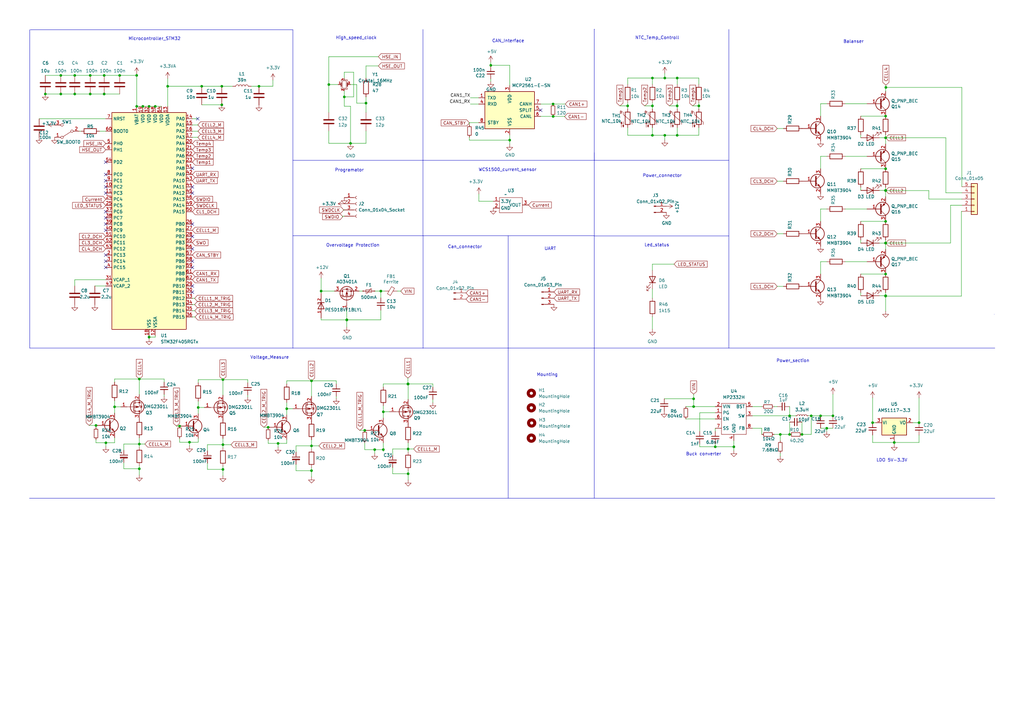
<source format=kicad_sch>
(kicad_sch (version 20230121) (generator eeschema)
  (paper "A3")
  (lib_symbols
    (symbol "Connector:Conn_01x02_Pin" (pin_names (offset 1.016) hide)
      (property "Reference" "J" (at 0 2.54 0))
      (property "Value" "Conn_01x02_Pin" (at 0 -5.08 0))
      (symbol "Conn_01x02_Pin_1_1"
        (pin passive line (at 5.08 0 180) (length 3.81) (name "Pin_1") (number "1"))
        (pin passive line (at 5.08 -2.54 180) (length 3.81) (name "Pin_2") (number "2"))
      )
    )
    (symbol "Connector:Conn_01x03_Pin" (pin_names (offset 1.016) hide)
      (property "Reference" "J" (at 0 5.08 0))
      (property "Value" "Conn_01x03_Pin" (at 0 -5.08 0))
      (symbol "Conn_01x03_Pin_1_1"
        (pin passive line (at 5.08 2.54 180) (length 3.81) (name "Pin_1") (number "1"))
        (pin passive line (at 5.08 0 180) (length 3.81) (name "Pin_2") (number "2"))
        (pin passive line (at 5.08 -2.54 180) (length 3.81) (name "Pin_3") (number "3"))
      )
    )
    (symbol "Connector:Conn_01x04_Socket" (pin_names (offset 1.016) hide)
      (property "Reference" "J" (at 0 5.08 0))
      (property "Value" "Conn_01x04_Socket" (at 0 -7.62 0))
      (symbol "Conn_01x04_Socket_1_1"
        (pin passive line (at -5.08 2.54 0) (length 3.81) (name "Pin_1") (number "1"))
        (pin passive line (at -5.08 0 0) (length 3.81) (name "Pin_2") (number "2"))
        (pin passive line (at -5.08 -2.54 0) (length 3.81) (name "Pin_3") (number "3"))
        (pin passive line (at -5.08 -5.08 0) (length 3.81) (name "Pin_4") (number "4"))
      )
    )
    (symbol "Connector_Generic:Conn_01x05" (pin_names (offset 1.016) hide)
      (property "Reference" "J" (at 0 7.62 0))
      (property "Value" "Conn_01x05" (at 0 -7.62 0))
      (symbol "Conn_01x05_1_1"
        (pin passive line (at -5.08 5.08 0) (length 3.81) (name "Pin_1") (number "1"))
        (pin passive line (at -5.08 2.54 0) (length 3.81) (name "Pin_2") (number "2"))
        (pin passive line (at -5.08 0 0) (length 3.81) (name "Pin_3") (number "3"))
        (pin passive line (at -5.08 -2.54 0) (length 3.81) (name "Pin_4") (number "4"))
        (pin passive line (at -5.08 -5.08 0) (length 3.81) (name "Pin_5") (number "5"))
      )
    )
    (symbol "D_TVS_UNI:SMBJ58A" (pin_names (offset 1.016))
      (property "Reference" "D102" (at 2.54 1.2701 90))
      (property "Value" "PESD18VF1BLYL" (at 2.54 -1.2699 90))
      (symbol "SMBJ58A_0_0"
        (pin passive line (at 5.08 0 180) (length 5.08) (name "~") (number "1"))
        (pin passive line (at -5.08 0 0) (length 5.08) (name "~") (number "2"))
      )
    )
    (symbol "Device:C" (pin_numbers hide) (pin_names (offset 0.254))
      (property "Reference" "C" (at 0.635 2.54 0))
      (property "Value" "C" (at 0.635 -2.54 0))
      (symbol "C_1_1"
        (pin passive line (at 0 3.81 270) (length 2.794) (name "~") (number "1"))
        (pin passive line (at 0 -3.81 90) (length 2.794) (name "~") (number "2"))
      )
    )
    (symbol "Device:C_Polarized_Small" (pin_numbers hide) (pin_names (offset 0.254) hide)
      (property "Reference" "C" (at 0.254 1.778 0))
      (property "Value" "C_Polarized_Small" (at 0.254 -2.032 0))
      (symbol "C_Polarized_Small_1_1"
        (pin passive line (at 0 2.54 270) (length 1.8542) (name "~") (number "1"))
        (pin passive line (at 0 -2.54 90) (length 1.8542) (name "~") (number "2"))
      )
    )
    (symbol "Device:C_Small" (pin_numbers hide) (pin_names (offset 0.254) hide)
      (property "Reference" "C" (at 0.254 1.778 0))
      (property "Value" "C_Small" (at 0.254 -2.032 0))
      (symbol "C_Small_1_1"
        (pin passive line (at 0 2.54 270) (length 2.032) (name "~") (number "1"))
        (pin passive line (at 0 -2.54 90) (length 2.032) (name "~") (number "2"))
      )
    )
    (symbol "Device:Crystal_GND24_Small" (pin_names (offset 1.016) hide)
      (property "Reference" "Y" (at 1.27 4.445 0))
      (property "Value" "Crystal_GND24_Small" (at 1.27 2.54 0))
      (symbol "Crystal_GND24_Small_1_1"
        (pin passive line (at -2.54 0 0) (length 1.27) (name "1") (number "1"))
        (pin passive line (at 0 -2.54 90) (length 0.635) (name "2") (number "2"))
        (pin passive line (at 2.54 0 180) (length 1.27) (name "3") (number "3"))
        (pin passive line (at 0 2.54 270) (length 0.635) (name "4") (number "4"))
      )
    )
    (symbol "Device:Ferrite_Bead_Small" (pin_numbers hide) (pin_names (offset 0))
      (property "Reference" "FB" (at 1.905 1.27 0))
      (property "Value" "Device_Ferrite_Bead_Small" (at 1.905 -1.27 0))
      (symbol "Ferrite_Bead_Small_1_1"
        (pin passive line (at 0 2.54 270) (length 1.27) (name "~") (number "1"))
        (pin passive line (at 0 -2.54 90) (length 1.27) (name "~") (number "2"))
      )
    )
    (symbol "Device:L" (pin_numbers hide) (pin_names (offset 1.016) hide)
      (property "Reference" "L" (at -1.27 0 90))
      (property "Value" "L" (at 1.905 0 90))
      (symbol "L_1_1"
        (pin passive line (at 0 3.81 270) (length 1.27) (name "1") (number "1"))
        (pin passive line (at 0 -3.81 90) (length 1.27) (name "2") (number "2"))
      )
    )
    (symbol "Device:LED" (pin_numbers hide) (pin_names (offset 1.016) hide)
      (property "Reference" "D" (at 0 2.54 0))
      (property "Value" "LED" (at 0 -2.54 0))
      (symbol "LED_1_1"
        (pin passive line (at -3.81 0 0) (length 2.54) (name "K") (number "1"))
        (pin passive line (at 3.81 0 180) (length 2.54) (name "A") (number "2"))
      )
    )
    (symbol "Device:L_Small" (pin_numbers hide) (pin_names (offset 0.254) hide)
      (property "Reference" "L" (at 0.762 1.016 0))
      (property "Value" "L_Small" (at 0.762 -1.016 0))
      (symbol "L_Small_1_1"
        (pin passive line (at 0 2.54 270) (length 0.508) (name "~") (number "1"))
        (pin passive line (at 0 -2.54 90) (length 0.508) (name "~") (number "2"))
      )
    )
    (symbol "Device:Polyfuse_Small" (pin_numbers hide) (pin_names (offset 0))
      (property "Reference" "F" (at -1.905 0 90))
      (property "Value" "Polyfuse_Small" (at 1.905 0 90))
      (symbol "Polyfuse_Small_1_1"
        (pin passive line (at 0 2.54 270) (length 0.635) (name "~") (number "1"))
        (pin passive line (at 0 -2.54 90) (length 0.635) (name "~") (number "2"))
      )
    )
    (symbol "Device:Q_PNP_BEC" (pin_names (offset 0) hide)
      (property "Reference" "Q" (at 5.08 1.27 0))
      (property "Value" "Q_PNP_BEC" (at 5.08 -1.27 0))
      (symbol "Q_PNP_BEC_1_1"
        (pin input line (at -5.08 0 0) (length 5.715) (name "B") (number "1"))
        (pin passive line (at 2.54 -5.08 90) (length 2.54) (name "E") (number "2"))
        (pin passive line (at 2.54 5.08 270) (length 2.54) (name "C") (number "3"))
      )
    )
    (symbol "Device:R" (pin_numbers hide) (pin_names (offset 0))
      (property "Reference" "R" (at 2.032 0 90))
      (property "Value" "R" (at 0 0 90))
      (symbol "R_1_1"
        (pin passive line (at 0 3.81 270) (length 1.27) (name "~") (number "1"))
        (pin passive line (at 0 -3.81 90) (length 1.27) (name "~") (number "2"))
      )
    )
    (symbol "Device:R_Small" (pin_numbers hide) (pin_names (offset 0.254) hide)
      (property "Reference" "R" (at 0.762 0.508 0))
      (property "Value" "R_Small" (at 0.762 -1.016 0))
      (symbol "R_Small_1_1"
        (pin passive line (at 0 2.54 270) (length 0.762) (name "~") (number "1"))
        (pin passive line (at 0 -2.54 90) (length 0.762) (name "~") (number "2"))
      )
    )
    (symbol "Device:Thermistor_NTC" (pin_numbers hide) (pin_names (offset 0))
      (property "Reference" "TH" (at -4.445 0 90))
      (property "Value" "Thermistor_NTC" (at 3.175 0 90))
      (symbol "Thermistor_NTC_1_1"
        (pin passive line (at 0 3.81 270) (length 1.27) (name "~") (number "1"))
        (pin passive line (at 0 -3.81 90) (length 1.27) (name "~") (number "2"))
      )
    )
    (symbol "Interface_CAN_LIN:MCP2561-E-SN" (pin_names (offset 1.016))
      (property "Reference" "U" (at -10.16 8.89 0))
      (property "Value" "MCP2561-E-SN" (at 2.54 8.89 0))
      (symbol "MCP2561-E-SN_1_1"
        (pin input line (at -12.7 5.08 0) (length 2.54) (name "TXD") (number "1"))
        (pin power_in line (at 0 -10.16 90) (length 2.54) (name "VSS") (number "2"))
        (pin power_in line (at 0 10.16 270) (length 2.54) (name "VDD") (number "3"))
        (pin output line (at -12.7 2.54 0) (length 2.54) (name "RXD") (number "4"))
        (pin passive line (at 12.7 0 180) (length 2.54) (name "SPLIT") (number "5"))
        (pin bidirectional line (at 12.7 -2.54 180) (length 2.54) (name "CANL") (number "6"))
        (pin bidirectional line (at 12.7 2.54 180) (length 2.54) (name "CANH") (number "7"))
        (pin input line (at -12.7 -5.08 0) (length 2.54) (name "STBY") (number "8"))
      )
    )
    (symbol "MCU_ST_STM32F4:STM32F405RGTx"
      (property "Reference" "U" (at -15.24 46.99 0))
      (property "Value" "STM32F405RGTx" (at 10.16 46.99 0))
      (symbol "STM32F405RGTx_1_1"
        (pin power_in line (at -5.08 48.26 270) (length 2.54) (name "VBAT") (number "1"))
        (pin bidirectional line (at -17.78 15.24 0) (length 2.54) (name "PC2") (number "10"))
        (pin bidirectional line (at -17.78 12.7 0) (length 2.54) (name "PC3") (number "11"))
        (pin power_in line (at 2.54 -45.72 90) (length 2.54) (name "VSSA") (number "12"))
        (pin power_in line (at 7.62 48.26 270) (length 2.54) (name "VDDA") (number "13"))
        (pin bidirectional line (at 17.78 43.18 180) (length 2.54) (name "PA0") (number "14"))
        (pin bidirectional line (at 17.78 40.64 180) (length 2.54) (name "PA1") (number "15"))
        (pin bidirectional line (at 17.78 38.1 180) (length 2.54) (name "PA2") (number "16"))
        (pin bidirectional line (at 17.78 35.56 180) (length 2.54) (name "PA3") (number "17"))
        (pin power_in line (at 0 -45.72 90) (length 2.54) (name "VSS") (number "18"))
        (pin power_in line (at -2.54 48.26 270) (length 2.54) (name "VDD") (number "19"))
        (pin bidirectional line (at -17.78 -12.7 0) (length 2.54) (name "PC13") (number "2"))
        (pin bidirectional line (at 17.78 33.02 180) (length 2.54) (name "PA4") (number "20"))
        (pin bidirectional line (at 17.78 30.48 180) (length 2.54) (name "PA5") (number "21"))
        (pin bidirectional line (at 17.78 27.94 180) (length 2.54) (name "PA6") (number "22"))
        (pin bidirectional line (at 17.78 25.4 180) (length 2.54) (name "PA7") (number "23"))
        (pin bidirectional line (at -17.78 10.16 0) (length 2.54) (name "PC4") (number "24"))
        (pin bidirectional line (at -17.78 7.62 0) (length 2.54) (name "PC5") (number "25"))
        (pin bidirectional line (at 17.78 0 180) (length 2.54) (name "PB0") (number "26"))
        (pin bidirectional line (at 17.78 -2.54 180) (length 2.54) (name "PB1") (number "27"))
        (pin bidirectional line (at 17.78 -5.08 180) (length 2.54) (name "PB2") (number "28"))
        (pin bidirectional line (at 17.78 -25.4 180) (length 2.54) (name "PB10") (number "29"))
        (pin bidirectional line (at -17.78 -15.24 0) (length 2.54) (name "PC14") (number "3"))
        (pin bidirectional line (at 17.78 -27.94 180) (length 2.54) (name "PB11") (number "30"))
        (pin power_out line (at -17.78 -22.86 0) (length 2.54) (name "VCAP_1") (number "31"))
        (pin power_in line (at 0 48.26 270) (length 2.54) (name "VDD") (number "32"))
        (pin bidirectional line (at 17.78 -30.48 180) (length 2.54) (name "PB12") (number "33"))
        (pin bidirectional line (at 17.78 -33.02 180) (length 2.54) (name "PB13") (number "34"))
        (pin bidirectional line (at 17.78 -35.56 180) (length 2.54) (name "PB14") (number "35"))
        (pin bidirectional line (at 17.78 -38.1 180) (length 2.54) (name "PB15") (number "36"))
        (pin bidirectional line (at -17.78 5.08 0) (length 2.54) (name "PC6") (number "37"))
        (pin bidirectional line (at -17.78 2.54 0) (length 2.54) (name "PC7") (number "38"))
        (pin bidirectional line (at -17.78 0 0) (length 2.54) (name "PC8") (number "39"))
        (pin bidirectional line (at -17.78 -17.78 0) (length 2.54) (name "PC15") (number "4"))
        (pin bidirectional line (at -17.78 -2.54 0) (length 2.54) (name "PC9") (number "40"))
        (pin bidirectional line (at 17.78 22.86 180) (length 2.54) (name "PA8") (number "41"))
        (pin bidirectional line (at 17.78 20.32 180) (length 2.54) (name "PA9") (number "42"))
        (pin bidirectional line (at 17.78 17.78 180) (length 2.54) (name "PA10") (number "43"))
        (pin bidirectional line (at 17.78 15.24 180) (length 2.54) (name "PA11") (number "44"))
        (pin bidirectional line (at 17.78 12.7 180) (length 2.54) (name "PA12") (number "45"))
        (pin bidirectional line (at 17.78 10.16 180) (length 2.54) (name "PA13") (number "46"))
        (pin power_out line (at -17.78 -25.4 0) (length 2.54) (name "VCAP_2") (number "47"))
        (pin power_in line (at 2.54 48.26 270) (length 2.54) (name "VDD") (number "48"))
        (pin bidirectional line (at 17.78 7.62 180) (length 2.54) (name "PA14") (number "49"))
        (pin bidirectional line (at -17.78 33.02 0) (length 2.54) (name "PH0") (number "5"))
        (pin bidirectional line (at 17.78 5.08 180) (length 2.54) (name "PA15") (number "50"))
        (pin bidirectional line (at -17.78 -5.08 0) (length 2.54) (name "PC10") (number "51"))
        (pin bidirectional line (at -17.78 -7.62 0) (length 2.54) (name "PC11") (number "52"))
        (pin bidirectional line (at -17.78 -10.16 0) (length 2.54) (name "PC12") (number "53"))
        (pin bidirectional line (at -17.78 25.4 0) (length 2.54) (name "PD2") (number "54"))
        (pin bidirectional line (at 17.78 -7.62 180) (length 2.54) (name "PB3") (number "55"))
        (pin bidirectional line (at 17.78 -10.16 180) (length 2.54) (name "PB4") (number "56"))
        (pin bidirectional line (at 17.78 -12.7 180) (length 2.54) (name "PB5") (number "57"))
        (pin bidirectional line (at 17.78 -15.24 180) (length 2.54) (name "PB6") (number "58"))
        (pin bidirectional line (at 17.78 -17.78 180) (length 2.54) (name "PB7") (number "59"))
        (pin bidirectional line (at -17.78 30.48 0) (length 2.54) (name "PH1") (number "6"))
        (pin input line (at -17.78 38.1 0) (length 2.54) (name "BOOT0") (number "60"))
        (pin bidirectional line (at 17.78 -20.32 180) (length 2.54) (name "PB8") (number "61"))
        (pin bidirectional line (at 17.78 -22.86 180) (length 2.54) (name "PB9") (number "62"))
        (pin passive line (at 0 -45.72 90) (length 2.54) hide (name "VSS") (number "63"))
        (pin power_in line (at 5.08 48.26 270) (length 2.54) (name "VDD") (number "64"))
        (pin input line (at -17.78 43.18 0) (length 2.54) (name "NRST") (number "7"))
        (pin bidirectional line (at -17.78 20.32 0) (length 2.54) (name "PC0") (number "8"))
        (pin bidirectional line (at -17.78 17.78 0) (length 2.54) (name "PC1") (number "9"))
      )
    )
    (symbol "MP2332:MP2332H"
      (property "Reference" "U" (at 0 8.89 0))
      (property "Value" "MP2332H" (at 0 6.35 0))
      (symbol "MP2332H_1_1"
        (pin passive line (at -7.62 1.27 0) (length 2.54) (name "PG") (number "1"))
        (pin passive line (at -7.62 3.81 0) (length 2.54) (name "VIN") (number "2"))
        (pin passive line (at 7.62 0 180) (length 2.54) (name "SW") (number "3"))
        (pin passive line (at 0 -10.16 90) (length 2.54) (name "GND") (number "4"))
        (pin passive line (at 7.62 3.81 180) (length 2.54) (name "BST") (number "5"))
        (pin passive line (at -7.62 -1.27 0) (length 2.54) (name "EN") (number "6"))
        (pin passive line (at -7.62 -5.08 0) (length 2.54) (name "SS") (number "7"))
        (pin passive line (at 7.62 -5.08 180) (length 2.54) (name "FB") (number "8"))
      )
    )
    (symbol "Mechanical:MountingHole" (pin_names (offset 1.016))
      (property "Reference" "H" (at 0 5.08 0))
      (property "Value" "MountingHole" (at 0 3.175 0))
    )
    (symbol "Regulator_Linear:AMS1117-3.3" (pin_names (offset 0.254))
      (property "Reference" "U" (at -3.81 3.175 0))
      (property "Value" "AMS1117-3.3" (at 0 3.175 0))
      (symbol "AMS1117-3.3_1_1"
        (pin power_in line (at 0 -7.62 90) (length 2.54) (name "GND") (number "1"))
        (pin power_out line (at 7.62 0 180) (length 2.54) (name "VO") (number "2"))
        (pin power_in line (at -7.62 0 0) (length 2.54) (name "VI") (number "3"))
      )
    )
    (symbol "Switch:SW_SPDT" (pin_names (offset 0) hide)
      (property "Reference" "SW" (at 0 4.318 0))
      (property "Value" "SW_SPDT" (at 0 -5.08 0))
      (symbol "SW_SPDT_1_1"
        (pin passive line (at 5.08 2.54 180) (length 2.54) (name "A") (number "1"))
        (pin passive line (at -5.08 0 0) (length 2.54) (name "B") (number "2"))
        (pin passive line (at 5.08 -2.54 180) (length 2.54) (name "C") (number "3"))
      )
    )
    (symbol "Transistor_BJT:MMBT3904" (pin_names (offset 0) hide)
      (property "Reference" "Q" (at 5.08 1.905 0))
      (property "Value" "MMBT3904" (at 5.08 0 0))
      (symbol "MMBT3904_1_1"
        (pin input line (at -5.08 0 0) (length 5.715) (name "B") (number "1"))
        (pin passive line (at 2.54 -5.08 90) (length 2.54) (name "E") (number "2"))
        (pin passive line (at 2.54 5.08 270) (length 2.54) (name "C") (number "3"))
      )
    )
    (symbol "Transistor_FET:AO3401A" (pin_names hide)
      (property "Reference" "Q" (at 5.08 1.905 0))
      (property "Value" "AO3401A" (at 5.08 0 0))
      (symbol "AO3401A_1_1"
        (pin input line (at -5.08 0 0) (length 2.54) (name "G") (number "1"))
        (pin passive line (at 2.54 -5.08 90) (length 2.54) (name "S") (number "2"))
        (pin passive line (at 2.54 5.08 270) (length 2.54) (name "D") (number "3"))
      )
    )
    (symbol "Transistor_FET:DMG2301L" (pin_names hide)
      (property "Reference" "Q" (at 5.08 1.905 0))
      (property "Value" "DMG2301L" (at 5.08 0 0))
      (symbol "DMG2301L_1_1"
        (pin input line (at -5.08 0 0) (length 2.54) (name "G") (number "1"))
        (pin passive line (at 2.54 -5.08 90) (length 2.54) (name "S") (number "2"))
        (pin passive line (at 2.54 5.08 270) (length 2.54) (name "D") (number "3"))
      )
    )
    (symbol "WCS1500:WCS1500"
      (property "Reference" "U" (at 2.032 -0.254 0))
      (symbol "WCS1500_1_1"
        (pin power_in line (at -5.08 -2.794 0) (length 2.54) (name "3.3V") (number "1"))
        (pin power_out line (at -5.08 -5.588 0) (length 2.54) (name "GND") (number "2"))
        (pin output line (at 9.398 -4.318 180) (length 2.54) (name "VOUT") (number "3"))
      )
    )
    (symbol "power:+12V" (power) (pin_names (offset 0))
      (property "Value" "+12V" (at 0 3.556 0))
      (symbol "+12V_1_1"
        (pin power_in line (at 0 0 90) (length 0) hide (name "+12V") (number "1"))
      )
    )
    (symbol "power:+3.3V" (power) (pin_names (offset 0))
      (property "Value" "+3.3V" (at 0 3.556 0))
      (symbol "+3.3V_1_1"
        (pin power_in line (at 0 0 90) (length 0) hide (name "+3.3V") (number "1"))
      )
    )
    (symbol "power:+3.3VA" (power) (pin_names (offset 0))
      (property "Value" "+3.3VA" (at 0 3.556 0))
      (symbol "+3.3VA_1_1"
        (pin power_in line (at 0 0 90) (length 0) hide (name "+3.3VA") (number "1"))
      )
    )
    (symbol "power:+5V" (power) (pin_names (offset 0))
      (property "Value" "+5V" (at 0 3.556 0))
      (symbol "+5V_1_1"
        (pin power_in line (at 0 0 90) (length 0) hide (name "+5V") (number "1"))
      )
    )
    (symbol "power:GND" (power) (pin_names (offset 0))
      (property "Value" "GND" (at 0 -3.81 0))
      (symbol "GND_1_1"
        (pin power_in line (at 0 0 270) (length 0) hide (name "GND") (number "1"))
      )
    )
  )
  (junction (at 363.22 69.215))
  (junction (at 153.67 184.404))
  (junction (at 57.15 155.448))
  (junction (at 363.22 78.1511))
  (junction (at 376.936 173.355))
  (junction (at 167.386 157.48))
  (junction (at 167.386 184.15))
  (junction (at 272.669 55.499))
  (junction (at 149.606 176.53))
  (junction (at 61.1385 43.6365))
  (junction (at 363.22 90.805))
  (junction (at 37.0085 30.9365))
  (junction (at 58.5985 43.6365))
  (junction (at 357.886 173.355))
  (junction (at 81.28 167.132))
  (junction (at 284.48 166.751))
  (junction (at 339.09 175.641))
  (junction (at 91.44 155.702))
  (junction (at 267.589 55.499))
  (junction (at 91.44 192.532))
  (junction (at 320.04 178.181))
  (junction (at 277.749 43.434))
  (junction (at 363.22 112.395))
  (junction (at 226.8728 47.752))
  (junction (at 18.5935 38.5565))
  (junction (at 267.589 32.004))
  (junction (at 30.6585 38.5565))
  (junction (at 49.0735 30.9365))
  (junction (at 156.21 119.38))
  (junction (at 366.776 181.483))
  (junction (at 56.0585 43.6365))
  (junction (at 363.22 121.285))
  (junction (at 363.22 121.4374))
  (junction (at 30.6585 30.9365))
  (junction (at 61.1385 138.2515))
  (junction (at 127.762 182.88))
  (junction (at 167.386 194.31))
  (junction (at 91.44 182.372))
  (junction (at 143.764 58.801))
  (junction (at 117.602 167.64))
  (junction (at 37.0085 38.5565))
  (junction (at 157.226 184.404))
  (junction (at 341.63 170.561))
  (junction (at 82.7285 35.3815))
  (junction (at 42.7235 30.9365))
  (junction (at 328.93 178.181))
  (junction (at 127.762 156.21))
  (junction (at 150.114 42.291))
  (junction (at 63.6785 43.6365))
  (junction (at 142.24 131.191))
  (junction (at 24.9435 30.9365))
  (junction (at 141.224 39.751))
  (junction (at 57.15 192.278))
  (junction (at 209.042 57.4642))
  (junction (at 286.639 43.434))
  (junction (at 363.22 99.695))
  (junction (at 363.22 47.625))
  (junction (at 90.9835 43.0015))
  (junction (at 131.699 119.38))
  (junction (at 363.347 35.8648))
  (junction (at 363.22 78.105))
  (junction (at 134.874 34.671))
  (junction (at 46.99 166.878))
  (junction (at 284.48 163.576))
  (junction (at 43.434 181.61))
  (junction (at 336.55 170.561))
  (junction (at 332.74 170.561))
  (junction (at 226.8474 42.672))
  (junction (at 167.3098 157.48))
  (junction (at 323.85 178.181))
  (junction (at 42.7235 38.5565))
  (junction (at 127.762 193.04))
  (junction (at 57.15 182.118))
  (junction (at 277.749 55.499))
  (junction (at 293.37 183.261))
  (junction (at 24.9435 38.5565))
  (junction (at 68.7585 35.3815))
  (junction (at 106.2235 35.3815))
  (junction (at 56.0585 30.9365))
  (junction (at 157.226 168.91))
  (junction (at 363.22 56.515))
  (junction (at 73.66 174.752))
  (junction (at 201.295 26.797))
  (junction (at 142.24 131.216))
  (junction (at 277.749 32.004))
  (junction (at 272.669 32.004))
  (junction (at 77.724 181.356))
  (junction (at 363.22 99.6678))
  (junction (at 323.85 170.561))
  (junction (at 114.046 181.864))
  (junction (at 257.429 43.434))
  (junction (at 39.37 174.498))
  (junction (at 90.9835 35.3815))
  (junction (at 267.589 43.434))
  (junction (at 109.982 175.26))
  (junction (at 300.99 183.261))
  (no_connect (at 43.3585 94.4365))
  (no_connect (at 78.9185 79.1965))
  (no_connect (at 78.9185 102.0565))
  (no_connect (at 43.3585 109.6765))
  (no_connect (at 78.9185 107.1365))
  (no_connect (at 43.3585 79.1965))
  (no_connect (at 43.3585 66.4965))
  (no_connect (at 81.0768 48.701))
  (no_connect (at 43.3585 91.8965))
  (no_connect (at 78.9185 117.2965))
  (no_connect (at 78.9185 96.9765))
  (no_connect (at 43.3585 74.1165))
  (no_connect (at 43.3585 89.3565))
  (no_connect (at 78.9185 109.6765))
  (no_connect (at 221.742 45.212))
  (no_connect (at 43.3585 104.5965))
  (no_connect (at 78.9185 119.8365))
  (no_connect (at 43.3585 76.6565))
  (no_connect (at 43.3585 86.8165))
  (no_connect (at 78.9185 69.0365))
  (no_connect (at 78.9185 91.8965))
  (no_connect (at 78.9185 76.6565))
  (no_connect (at 43.3585 107.1365))
  (no_connect (at 43.3585 71.5765))
  (wire (pts (xy 201.295 25.527) (xy 201.295 26.797)))
  (wire (pts (xy 353.06 47.625) (xy 363.22 47.625)))
  (wire (pts (xy 150.114 32.131) (xy 150.114 27.051)))
  (wire (pts (xy 121.412 185.42) (xy 121.412 182.88)))
  (wire (pts (xy 366.776 181.483) (xy 357.886 181.483)))
  (wire (pts (xy 323.85 166.751) (xy 323.85 170.561)))
  (wire (pts (xy 18.5935 38.5565) (xy 24.9435 38.5565)))
  (wire (pts (xy 363.347 35.8648) (xy 363.22 35.8648)))
  (wire (pts (xy 339.09 42.545) (xy 336.55 42.545)))
  (wire (pts (xy 108.204 175.26) (xy 109.982 175.26)))
  (wire (pts (xy 284.099 43.434) (xy 286.639 43.434)))
  (wire (pts (xy 134.874 23.241) (xy 155.194 23.241)))
  (wire (pts (xy 257.429 32.004) (xy 257.429 34.544)))
  (wire (pts (xy 145.034 29.591) (xy 145.034 39.751)))
  (wire (pts (xy 57.15 192.278) (xy 57.15 194.818)))
  (wire (pts (xy 46.99 166.878) (xy 46.99 164.338)))
  (wire (pts (xy 78.9185 124.9172) (xy 78.9185 124.9165)))
  (wire (pts (xy 192.913 40.132) (xy 196.342 40.132)))
  (wire (pts (xy 143.764 58.801) (xy 134.874 58.801)))
  (wire (pts (xy 61.1385 137.6165) (xy 61.1385 138.2515)))
  (wire (pts (xy 202.311 82.55) (xy 196.4182 82.55)))
  (wire (pts (xy 150.114 53.721) (xy 150.114 58.801)))
  (wire (pts (xy 79.8322 124.9172) (xy 78.9185 124.9172)))
  (polyline (pts (xy 120.142 142.748) (xy 408.051 142.748)))
  (wire (pts (xy 192.532 50.292) (xy 192.532 51.181)))
  (wire (pts (xy 50.8 184.658) (xy 50.8 182.118)))
  (wire (pts (xy 156.21 119.38) (xy 157.861 119.38)))
  (polyline (pts (xy 243.713 142.748) (xy 243.713 96.774)))
  (wire (pts (xy 157.226 157.48) (xy 157.226 158.75)))
  (wire (pts (xy 153.797 119.38) (xy 156.21 119.38)))
  (wire (pts (xy 156.21 127.254) (xy 156.21 131.191)))
  (wire (pts (xy 127.762 182.88) (xy 127.762 184.15)))
  (wire (pts (xy 201.295 26.797) (xy 201.295 27.305)))
  (wire (pts (xy 140.589 88.646) (xy 141.224 88.646)))
  (wire (pts (xy 267.589 55.499) (xy 272.669 55.499)))
  (wire (pts (xy 231.6226 47.7774) (xy 231.6226 47.752)))
  (wire (pts (xy 332.74 178.181) (xy 332.74 170.561)))
  (wire (pts (xy 366.776 182.245) (xy 366.776 181.483)))
  (wire (pts (xy 46.99 155.448) (xy 46.99 156.718)))
  (wire (pts (xy 209.042 57.4642) (xy 192.532 57.4642)))
  (wire (pts (xy 127.762 191.77) (xy 127.762 193.04)))
  (wire (pts (xy 153.67 185.928) (xy 153.67 184.404)))
  (wire (pts (xy 91.44 155.702) (xy 81.28 155.702)))
  (wire (pts (xy 226.822 42.6466) (xy 226.8474 42.6466)))
  (wire (pts (xy 167.386 194.31) (xy 167.386 196.85)))
  (wire (pts (xy 363.22 55.245) (xy 363.22 56.515)))
  (wire (pts (xy 150.114 39.751) (xy 150.114 42.291)))
  (wire (pts (xy 78.9185 127.4572) (xy 78.9185 127.4565)))
  (wire (pts (xy 127.762 180.34) (xy 127.762 182.88)))
  (wire (pts (xy 18.5935 30.9365) (xy 24.9435 30.9365)))
  (wire (pts (xy 346.71 85.725) (xy 355.6 85.725)))
  (wire (pts (xy 50.8 182.118) (xy 57.15 182.118)))
  (wire (pts (xy 380.9746 81.6356) (xy 394.5128 81.6356)))
  (wire (pts (xy 267.589 32.004) (xy 267.589 34.544)))
  (wire (pts (xy 286.639 43.434) (xy 286.639 44.704)))
  (wire (pts (xy 46.99 169.418) (xy 46.99 166.878)))
  (wire (pts (xy 30.6585 117.2965) (xy 30.6585 114.7565)))
  (wire (pts (xy 109.982 181.864) (xy 114.046 181.864)))
  (wire (pts (xy 85.09 192.532) (xy 91.44 192.532)))
  (wire (pts (xy 376.936 181.483) (xy 366.776 181.483)))
  (wire (pts (xy 142.24 131.191) (xy 142.24 131.216)))
  (wire (pts (xy 320.04 178.181) (xy 323.85 178.181)))
  (wire (pts (xy 318.77 95.885) (xy 321.31 95.885)))
  (wire (pts (xy 380.9746 78.1511) (xy 380.9746 81.6356)))
  (wire (pts (xy 157.226 157.48) (xy 167.3098 157.48)))
  (polyline (pts (xy 298.958 96.774) (xy 243.713 96.774)))
  (wire (pts (xy 346.71 107.315) (xy 355.6 107.315)))
  (wire (pts (xy 164.3634 119.38) (xy 164.3634 119.4054)))
  (wire (pts (xy 286.639 52.324) (xy 286.639 55.499)))
  (wire (pts (xy 109.982 175.26) (xy 109.982 175.514)))
  (wire (pts (xy 363.22 98.425) (xy 363.22 99.6678)))
  (wire (pts (xy 32.5635 53.7965) (xy 33.1985 53.7965)))
  (wire (pts (xy 360.68 99.695) (xy 363.22 99.695)))
  (wire (pts (xy 336.55 175.641) (xy 339.09 175.641)))
  (wire (pts (xy 46.99 181.61) (xy 46.99 179.578)))
  (wire (pts (xy 360.68 56.515) (xy 363.22 56.515)))
  (wire (pts (xy 221.742 42.672) (xy 226.8474 42.672)))
  (wire (pts (xy 37.0085 30.9365) (xy 42.7235 30.9365)))
  (wire (pts (xy 61.1385 43.6365) (xy 63.6785 43.6365)))
  (wire (pts (xy 121.412 182.88) (xy 127.762 182.88)))
  (polyline (pts (xy 243.713 12.065) (xy 243.84 12.065)))
  (wire (pts (xy 363.22 78.1511) (xy 363.22 80.645)))
  (wire (pts (xy 43.434 183.134) (xy 43.434 181.61)))
  (wire (pts (xy 209.042 55.372) (xy 209.042 57.4642)))
  (wire (pts (xy 167.386 163.83) (xy 167.386 157.48)))
  (wire (pts (xy 353.06 98.425) (xy 353.06 99.695)))
  (wire (pts (xy 117.602 156.21) (xy 117.602 157.48)))
  (wire (pts (xy 209.042 57.4642) (xy 209.042 59.182)))
  (wire (pts (xy 277.749 52.324) (xy 277.749 55.499)))
  (wire (pts (xy 82.7285 35.3815) (xy 90.9835 35.3815)))
  (wire (pts (xy 287.02 183.261) (xy 287.02 181.991)))
  (wire (pts (xy 142.24 131.191) (xy 156.21 131.191)))
  (polyline (pts (xy 243.713 142.748) (xy 243.713 204.343)))
  (wire (pts (xy 42.7235 38.5565) (xy 49.0735 38.5565)))
  (wire (pts (xy 346.71 42.545) (xy 355.6 42.545)))
  (wire (pts (xy 293.37 183.261) (xy 300.99 183.261)))
  (wire (pts (xy 39.37 181.61) (xy 43.434 181.61)))
  (wire (pts (xy 81.0768 48.7165) (xy 81.0768 48.6918)))
  (wire (pts (xy 277.749 32.004) (xy 286.639 32.004)))
  (polyline (pts (xy 12.192 142.748) (xy 12.192 12.192)))
  (wire (pts (xy 141.224 29.591) (xy 145.034 29.591)))
  (wire (pts (xy 336.55 85.725) (xy 336.55 90.805)))
  (wire (pts (xy 339.09 64.135) (xy 336.55 64.135)))
  (wire (pts (xy 257.429 43.434) (xy 257.429 44.704)))
  (wire (pts (xy 293.37 176.911) (xy 293.37 175.641)))
  (wire (pts (xy 73.66 181.356) (xy 77.724 181.356)))
  (wire (pts (xy 267.589 52.324) (xy 267.589 55.499)))
  (polyline (pts (xy 243.713 96.774) (xy 243.713 65.786)))
  (wire (pts (xy 131.699 131.216) (xy 131.699 130.4798)))
  (wire (pts (xy 134.874 34.671) (xy 134.874 23.241)))
  (wire (pts (xy 308.61 175.641) (xy 312.42 175.641)))
  (wire (pts (xy 339.09 107.315) (xy 336.55 107.315)))
  (wire (pts (xy 157.226 171.45) (xy 157.226 168.91)))
  (wire (pts (xy 387.9596 56.515) (xy 387.9596 79.0956)))
  (wire (pts (xy 43.434 181.61) (xy 46.99 181.61)))
  (wire (pts (xy 141.224 32.131) (xy 141.224 29.591)))
  (wire (pts (xy 85.09 189.992) (xy 85.09 192.532)))
  (wire (pts (xy 363.347 35.8648) (xy 394.5128 35.8648)))
  (wire (pts (xy 68.7585 32.2065) (xy 68.7585 35.3815)))
  (wire (pts (xy 286.639 32.004) (xy 286.639 34.544)))
  (polyline (pts (xy 243.84 65.786) (xy 173.482 65.786)))
  (wire (pts (xy 161.036 186.69) (xy 161.036 184.15)))
  (wire (pts (xy 387.9596 79.0956) (xy 394.5128 79.0956)))
  (wire (pts (xy 257.429 32.004) (xy 267.589 32.004)))
  (wire (pts (xy 78.9185 48.7165) (xy 81.0768 48.7165)))
  (polyline (pts (xy 208.407 96.647) (xy 208.407 142.748)))
  (wire (pts (xy 167.3098 157.48) (xy 167.386 157.48)))
  (wire (pts (xy 153.67 184.404) (xy 157.226 184.404)))
  (wire (pts (xy 318.77 74.295) (xy 321.31 74.295)))
  (polyline (pts (xy 120.142 142.748) (xy 12.192 142.748)))
  (wire (pts (xy 39.37 180.34) (xy 39.37 181.61)))
  (wire (pts (xy 274.574 43.434) (xy 277.749 43.434)))
  (wire (pts (xy 78.9185 122.3765) (xy 79.8322 122.3765)))
  (polyline (pts (xy 173.482 96.647) (xy 243.713 96.647)))
  (wire (pts (xy 57.15 182.118) (xy 59.436 182.118)))
  (wire (pts (xy 363.22 35.8648) (xy 363.22 37.465)))
  (wire (pts (xy 50.8 189.738) (xy 50.8 192.278)))
  (wire (pts (xy 78.9185 129.9972) (xy 78.9185 129.9965)))
  (wire (pts (xy 257.429 55.499) (xy 267.589 55.499)))
  (wire (pts (xy 79.8322 122.3765) (xy 79.8322 122.3772)))
  (wire (pts (xy 142.24 127) (xy 142.24 131.191)))
  (polyline (pts (xy 243.713 65.786) (xy 243.713 62.611)))
  (wire (pts (xy 36.576 174.498) (xy 39.37 174.498)))
  (wire (pts (xy 121.412 193.04) (xy 127.762 193.04)))
  (wire (pts (xy 147.32 119.38) (xy 148.717 119.38)))
  (wire (pts (xy 150.114 27.051) (xy 155.194 27.051)))
  (wire (pts (xy 287.02 183.261) (xy 293.37 183.261)))
  (wire (pts (xy 101.6 155.702) (xy 101.6 156.972)))
  (wire (pts (xy 91.44 162.052) (xy 91.44 155.702)))
  (wire (pts (xy 49.0735 30.9365) (xy 56.0585 30.9365)))
  (wire (pts (xy 142.24 131.216) (xy 131.699 131.216)))
  (wire (pts (xy 359.156 173.355) (xy 357.886 173.355)))
  (wire (pts (xy 67.31 155.448) (xy 67.31 156.718)))
  (wire (pts (xy 336.55 64.135) (xy 336.55 69.215)))
  (wire (pts (xy 157.226 168.91) (xy 157.226 166.37)))
  (wire (pts (xy 81.153 51.2565) (xy 81.153 51.2064)))
  (wire (pts (xy 143.764 58.801) (xy 150.114 58.801)))
  (wire (pts (xy 363.22 99.6678) (xy 363.22 99.695)))
  (wire (pts (xy 73.66 179.832) (xy 73.66 181.356)))
  (polyline (pts (xy 407.797 128.905) (xy 407.797 128.905)))
  (wire (pts (xy 56.0585 30.9365) (xy 56.0585 43.6365)))
  (wire (pts (xy 300.99 180.721) (xy 300.99 183.261)))
  (wire (pts (xy 131.699 114.0714) (xy 131.699 119.38)))
  (wire (pts (xy 127.762 156.21) (xy 117.602 156.21)))
  (wire (pts (xy 106.2235 35.3815) (xy 111.9385 35.3815)))
  (wire (pts (xy 272.415 163.576) (xy 284.48 163.576)))
  (polyline (pts (xy 120.142 12.192) (xy 120.142 142.748)))
  (wire (pts (xy 328.93 173.101) (xy 328.93 178.181)))
  (wire (pts (xy 137.16 119.38) (xy 131.699 119.38)))
  (wire (pts (xy 320.04 180.721) (xy 320.04 178.181)))
  (wire (pts (xy 143.764 43.561) (xy 141.224 43.561)))
  (wire (pts (xy 137.922 163.322) (xy 137.922 162.56)))
  (wire (pts (xy 61.1385 138.2515) (xy 61.1385 138.8865)))
  (wire (pts (xy 57.15 191.008) (xy 57.15 192.278)))
  (wire (pts (xy 336.55 42.545) (xy 336.55 47.625)))
  (wire (pts (xy 167.386 184.15) (xy 167.386 185.42)))
  (wire (pts (xy 81.2038 53.7965) (xy 81.2038 53.8226)))
  (polyline (pts (xy 12.446 12.192) (xy 120.142 12.192)))
  (wire (pts (xy 81.28 179.832) (xy 81.28 181.356)))
  (wire (pts (xy 114.046 183.388) (xy 114.046 181.864)))
  (wire (pts (xy 267.589 32.004) (xy 272.669 32.004)))
  (wire (pts (xy 38.9135 117.2965) (xy 43.3585 117.2965)))
  (wire (pts (xy 226.8474 42.6466) (xy 226.8474 42.672)))
  (wire (pts (xy 57.15 182.118) (xy 57.15 183.388)))
  (polyline (pts (xy 243.713 11.938) (xy 243.713 65.786)))
  (wire (pts (xy 137.922 156.21) (xy 127.762 156.21)))
  (wire (pts (xy 376.936 173.355) (xy 376.936 163.195)))
  (wire (pts (xy 50.8 192.278) (xy 57.15 192.278)))
  (wire (pts (xy 101.6 155.702) (xy 91.44 155.702)))
  (wire (pts (xy 83.82 167.132) (xy 81.28 167.132)))
  (wire (pts (xy 177.546 157.48) (xy 177.546 158.75)))
  (wire (pts (xy 336.55 107.315) (xy 336.55 112.395)))
  (wire (pts (xy 353.06 120.015) (xy 353.06 121.285)))
  (wire (pts (xy 394.335 86.7156) (xy 394.5128 86.7156)))
  (wire (pts (xy 56.0585 30.3015) (xy 56.0585 30.9365)))
  (wire (pts (xy 363.22 121.4374) (xy 363.22 127.635)))
  (wire (pts (xy 394.5128 35.8648) (xy 394.5128 76.5556)))
  (wire (pts (xy 167.386 193.04) (xy 167.386 194.31)))
  (wire (pts (xy 67.31 155.448) (xy 57.15 155.448)))
  (wire (pts (xy 267.589 110.871) (xy 267.589 108.331)))
  (wire (pts (xy 161.036 184.15) (xy 167.386 184.15)))
  (wire (pts (xy 336.55 170.561) (xy 341.63 170.561)))
  (wire (pts (xy 167.3098 155.067) (xy 167.3098 157.48)))
  (wire (pts (xy 81.28 167.132) (xy 81.28 164.592)))
  (wire (pts (xy 61.1385 138.2515) (xy 63.6785 138.2515)))
  (wire (pts (xy 161.036 191.77) (xy 161.036 194.31)))
  (wire (pts (xy 39.37 174.498) (xy 39.37 175.26)))
  (wire (pts (xy 142.24 131.216) (xy 142.24 134.112)))
  (wire (pts (xy 226.8474 42.672) (xy 231.8512 42.672)))
  (wire (pts (xy 363.22 121.285) (xy 363.22 121.4374)))
  (wire (pts (xy 146.304 42.291) (xy 150.114 42.291)))
  (wire (pts (xy 157.226 185.166) (xy 157.226 184.404)))
  (polyline (pts (xy 243.713 65.786) (xy 298.958 65.786)))
  (polyline (pts (xy 173.482 96.647) (xy 120.142 96.647)))
  (wire (pts (xy 120.142 167.64) (xy 117.602 167.64)))
  (wire (pts (xy 78.9185 53.7965) (xy 81.2038 53.7965)))
  (wire (pts (xy 91.44 182.372) (xy 91.44 183.642)))
  (wire (pts (xy 192.532 50.292) (xy 196.342 50.292)))
  (wire (pts (xy 267.589 118.491) (xy 267.589 122.301)))
  (wire (pts (xy 277.749 32.004) (xy 277.749 34.544)))
  (wire (pts (xy 67.31 161.798) (xy 67.31 162.56)))
  (wire (pts (xy 374.396 173.355) (xy 376.936 173.355)))
  (wire (pts (xy 196.4182 82.55) (xy 196.4182 79.5528)))
  (wire (pts (xy 323.85 170.561) (xy 308.61 170.561)))
  (wire (pts (xy 149.606 184.404) (xy 153.67 184.404)))
  (wire (pts (xy 332.74 170.561) (xy 336.55 170.561)))
  (wire (pts (xy 79.883 127.4572) (xy 78.9185 127.4572)))
  (wire (pts (xy 339.09 176.911) (xy 339.09 175.641)))
  (wire (pts (xy 226.822 47.7266) (xy 226.8728 47.7266)))
  (wire (pts (xy 281.305 166.751) (xy 284.48 166.751)))
  (polyline (pts (xy 173.482 65.786) (xy 173.482 96.647)))
  (wire (pts (xy 318.77 117.475) (xy 321.31 117.475)))
  (wire (pts (xy 58.5985 43.6365) (xy 61.1385 43.6365)))
  (wire (pts (xy 394.335 121.4374) (xy 394.335 86.7156)))
  (wire (pts (xy 357.886 173.355) (xy 357.886 163.195)))
  (wire (pts (xy 389.8646 84.1756) (xy 394.5128 84.1756)))
  (wire (pts (xy 177.546 165.1) (xy 177.546 163.83)))
  (wire (pts (xy 134.874 53.721) (xy 134.874 58.801)))
  (wire (pts (xy 131.699 119.38) (xy 131.699 120.3198)))
  (wire (pts (xy 127.762 193.04) (xy 127.762 195.58)))
  (wire (pts (xy 150.114 42.291) (xy 150.114 46.101)))
  (wire (pts (xy 281.305 171.831) (xy 293.37 171.831)))
  (wire (pts (xy 272.669 30.099) (xy 272.669 32.004)))
  (wire (pts (xy 80.01 129.9972) (xy 78.9185 129.9972)))
  (wire (pts (xy 77.724 181.356) (xy 81.28 181.356)))
  (polyline (pts (xy 173.482 12.065) (xy 173.482 65.786)))
  (wire (pts (xy 353.06 69.215) (xy 363.22 69.215)))
  (polyline (pts (xy 173.51 96.6391) (xy 173.51 142.748)))
  (wire (pts (xy 42.7235 30.9365) (xy 49.0735 30.9365)))
  (wire (pts (xy 363.22 121.285) (xy 360.68 121.285)))
  (wire (pts (xy 101.6 162.814) (xy 101.6 162.052)))
  (wire (pts (xy 267.589 108.331) (xy 276.479 108.331)))
  (wire (pts (xy 254.254 43.434) (xy 257.429 43.434)))
  (wire (pts (xy 117.602 170.18) (xy 117.602 167.64)))
  (wire (pts (xy 267.589 129.921) (xy 267.589 135.001)))
  (wire (pts (xy 30.6585 38.5565) (xy 37.0085 38.5565)))
  (wire (pts (xy 63.6785 137.6165) (xy 63.6785 138.2515)))
  (wire (pts (xy 162.941 119.38) (xy 164.3634 119.38)))
  (wire (pts (xy 141.224 39.751) (xy 141.224 43.561)))
  (wire (pts (xy 159.766 168.91) (xy 157.226 168.91)))
  (wire (pts (xy 267.589 42.164) (xy 267.589 43.434)))
  (wire (pts (xy 317.5 166.751) (xy 318.77 166.751)))
  (wire (pts (xy 353.06 55.245) (xy 353.06 56.515)))
  (wire (pts (xy 56.0585 43.6365) (xy 58.5985 43.6365)))
  (wire (pts (xy 376.936 178.435) (xy 376.936 181.483)))
  (wire (pts (xy 360.68 78.105) (xy 363.22 78.105)))
  (wire (pts (xy 63.6785 43.6365) (xy 66.2185 43.6365)))
  (wire (pts (xy 389.8646 99.6678) (xy 389.8646 84.1756)))
  (wire (pts (xy 145.034 39.751) (xy 141.224 39.751)))
  (polyline (pts (xy 120.142 65.786) (xy 173.482 65.786)))
  (wire (pts (xy 363.22 99.6678) (xy 389.8646 99.6678)))
  (wire (pts (xy 40.8185 53.7965) (xy 43.3585 53.7965)))
  (wire (pts (xy 267.589 43.434) (xy 267.589 44.704)))
  (wire (pts (xy 140.97 86.233) (xy 140.97 86.106)))
  (wire (pts (xy 363.22 78.105) (xy 363.22 76.835)))
  (wire (pts (xy 272.669 55.499) (xy 277.749 55.499)))
  (wire (pts (xy 157.226 184.404) (xy 157.226 181.61)))
  (polyline (pts (xy 173.51 142.748) (xy 173.482 142.748)))
  (wire (pts (xy 363.22 121.4374) (xy 394.335 121.4374)))
  (wire (pts (xy 81.153 56.3365) (xy 81.153 56.3372)))
  (wire (pts (xy 209.042 26.797) (xy 209.042 35.052)))
  (wire (pts (xy 308.61 166.751) (xy 312.42 166.751)))
  (wire (pts (xy 77.724 182.88) (xy 77.724 181.356)))
  (wire (pts (xy 68.7585 35.3815) (xy 82.7285 35.3815)))
  (wire (pts (xy 363.22 99.695) (xy 363.22 102.235)))
  (wire (pts (xy 109.982 180.594) (xy 109.982 181.864)))
  (wire (pts (xy 257.429 42.164) (xy 257.429 43.434)))
  (wire (pts (xy 353.06 90.805) (xy 363.22 90.805)))
  (wire (pts (xy 318.77 52.705) (xy 321.31 52.705)))
  (polyline (pts (xy 12.065 204.343) (xy 243.713 204.343)))
  (wire (pts (xy 137.922 156.21) (xy 137.922 157.48)))
  (wire (pts (xy 323.85 173.101) (xy 323.85 178.181)))
  (wire (pts (xy 161.036 194.31) (xy 167.386 194.31)))
  (wire (pts (xy 257.429 52.324) (xy 257.429 55.499)))
  (wire (pts (xy 331.47 170.561) (xy 332.74 170.561)))
  (wire (pts (xy 286.639 55.499) (xy 277.749 55.499)))
  (wire (pts (xy 81.28 155.702) (xy 81.28 156.972)))
  (wire (pts (xy 90.9835 35.3815) (xy 95.4285 35.3815)))
  (wire (pts (xy 91.44 191.262) (xy 91.44 192.532)))
  (wire (pts (xy 226.8728 47.7266) (xy 226.8728 47.752)))
  (wire (pts (xy 353.06 112.395) (xy 363.22 112.395)))
  (wire (pts (xy 284.48 166.751) (xy 293.37 166.751)))
  (wire (pts (xy 286.639 43.434) (xy 286.639 42.164)))
  (wire (pts (xy 221.742 47.752) (xy 226.8728 47.752)))
  (wire (pts (xy 57.15 161.798) (xy 57.15 155.448)))
  (wire (pts (xy 363.22 78.105) (xy 363.22 78.1511)))
  (wire (pts (xy 272.669 32.004) (xy 277.749 32.004)))
  (wire (pts (xy 143.764 34.671) (xy 146.304 34.671)))
  (wire (pts (xy 114.046 181.864) (xy 117.602 181.864)))
  (wire (pts (xy 82.7285 43.0015) (xy 90.9835 43.0015)))
  (wire (pts (xy 192.532 57.4642) (xy 192.532 56.261)))
  (wire (pts (xy 143.764 58.801) (xy 143.764 43.561)))
  (wire (pts (xy 85.09 182.372) (xy 91.44 182.372)))
  (wire (pts (xy 30.6585 114.7565) (xy 43.3585 114.7565)))
  (wire (pts (xy 201.295 32.385) (xy 201.295 33.401)))
  (wire (pts (xy 293.37 183.261) (xy 293.37 181.991)))
  (wire (pts (xy 167.386 184.15) (xy 169.672 184.15)))
  (wire (pts (xy 363.22 78.1511) (xy 380.9746 78.1511)))
  (wire (pts (xy 284.48 163.576) (xy 284.48 161.671)))
  (wire (pts (xy 341.63 161.671) (xy 341.63 170.561)))
  (wire (pts (xy 147.574 176.53) (xy 149.606 176.53)))
  (wire (pts (xy 363.347 34.8996) (xy 363.347 35.8648)))
  (wire (pts (xy 156.21 119.38) (xy 156.21 122.174)))
  (wire (pts (xy 339.09 175.641) (xy 341.63 175.641)))
  (wire (pts (xy 366.776 181.483) (xy 366.776 180.975)))
  (wire (pts (xy 287.02 169.291) (xy 287.02 176.911)))
  (wire (pts (xy 231.6226 47.7774) (xy 231.5718 47.7774)))
  (wire (pts (xy 111.9385 32.8415) (xy 111.9385 35.3815)))
  (wire (pts (xy 201.295 26.797) (xy 209.042 26.797)))
  (wire (pts (xy 326.39 170.561) (xy 323.85 170.561)))
  (wire (pts (xy 134.874 34.671) (xy 138.684 34.671)))
  (wire (pts (xy 149.606 181.61) (xy 149.606 184.404)))
  (wire (pts (xy 24.9435 38.5565) (xy 30.6585 38.5565)))
  (wire (pts (xy 300.99 183.261) (xy 300.99 184.785)))
  (wire (pts (xy 226.8728 47.752) (xy 231.6226 47.752)))
  (wire (pts (xy 57.15 155.448) (xy 46.99 155.448)))
  (wire (pts (xy 140.589 88.9) (xy 140.589 88.646)))
  (wire (pts (xy 167.386 181.61) (xy 167.386 184.15)))
  (wire (pts (xy 30.6585 30.9365) (xy 37.0085 30.9365)))
  (wire (pts (xy 363.22 59.055) (xy 363.22 56.515)))
  (wire (pts (xy 127.762 162.56) (xy 127.762 156.21)))
  (wire (pts (xy 72.39 174.752) (xy 73.66 174.752)))
  (wire (pts (xy 49.53 166.878) (xy 46.99 166.878)))
  (wire (pts (xy 277.749 43.434) (xy 277.749 44.704)))
  (wire (pts (xy 353.06 76.835) (xy 353.06 78.105)))
  (wire (pts (xy 78.9185 56.3365) (xy 81.153 56.3365)))
  (wire (pts (xy 317.5 178.181) (xy 320.04 178.181)))
  (wire (pts (xy 117.602 181.864) (xy 117.602 180.34)))
  (wire (pts (xy 357.886 181.483) (xy 357.886 178.435)))
  (wire (pts (xy 134.874 46.101) (xy 134.874 34.671)))
  (wire (pts (xy 312.42 175.641) (xy 312.42 178.181)))
  (wire (pts (xy 37.0085 38.5565) (xy 42.7235 38.5565)))
  (wire (pts (xy 68.7585 35.3815) (xy 68.7585 43.6365)))
  (wire (pts (xy 85.09 184.912) (xy 85.09 182.372)))
  (wire (pts (xy 94.742 182.372) (xy 91.44 182.372)))
  (wire (pts (xy 103.0485 35.3815) (xy 106.2235 35.3815)))
  (wire (pts (xy 91.44 179.832) (xy 91.44 182.372)))
  (wire (pts (xy 81.28 169.672) (xy 81.28 167.132)))
  (wire (pts (xy 328.93 178.181) (xy 332.74 178.181)))
  (wire (pts (xy 57.15 179.578) (xy 57.15 182.118)))
  (wire (pts (xy 78.9185 51.2565) (xy 81.153 51.2565)))
  (wire (pts (xy 146.304 34.671) (xy 146.304 42.291)))
  (wire (pts (xy 192.913 42.672) (xy 196.342 42.672)))
  (wire (pts (xy 284.48 166.751) (xy 284.48 163.576)))
  (wire (pts (xy 264.414 43.434) (xy 267.589 43.434)))
  (wire (pts (xy 363.22 56.515) (xy 387.9596 56.515)))
  (wire (pts (xy 91.44 192.532) (xy 91.44 195.072)))
  (wire (pts (xy 346.71 64.135) (xy 355.6 64.135)))
  (polyline (pts (xy 208.407 142.748) (xy 208.407 204.343)))
  (wire (pts (xy 363.22 120.015) (xy 363.22 121.285)))
  (wire (pts (xy 117.602 167.64) (xy 117.602 165.1)))
  (wire (pts (xy 272.669 55.499) (xy 272.669 57.404)))
  (wire (pts (xy 141.224 37.211) (xy 141.224 39.751)))
  (wire (pts (xy 320.04 187.071) (xy 320.04 185.801)))
  (wire (pts (xy 177.546 157.48) (xy 167.386 157.48)))
  (wire (pts (xy 127.762 182.88) (xy 130.81 182.88)))
  (polyline (pts (xy 243.713 204.343) (xy 408.051 204.343)))
  (wire (pts (xy 339.09 85.725) (xy 336.55 85.725)))
  (wire (pts (xy 16.0535 48.7165) (xy 43.3585 48.7165)))
  (wire (pts (xy 287.02 169.291) (xy 293.37 169.291)))
  (wire (pts (xy 121.412 190.5) (xy 121.412 193.04)))
  (wire (pts (xy 140.97 86.106) (xy 141.224 86.106)))
  (polyline (pts (xy 298.958 12.065) (xy 298.958 142.748)))
  (wire (pts (xy 24.9435 30.9365) (xy 30.6585 30.9365)))
  (wire (pts (xy 277.749 43.434) (xy 277.749 42.164)))
  (text "High_speed_clock" (at 137.668 16.383 0) (effects (font (size 1.27 1.27)) (justify left bottom)))
  (text "Can_connector" (at 183.642 102.108 0) (effects (font (size 1.27 1.27)) (justify left bottom)))
  (text "Microcontroller_STM32" (at 52.578 16.764 0) (effects (font (size 1.27 1.27)) (justify left bottom)))
  (text "Voltage_Measure" (at 102.616 147.447 0) (effects (font (size 1.27 1.27)) (justify left bottom)))
  (text "Led_status" (at 264.287 101.346 0) (effects (font (size 1.27 1.27)) (justify left bottom)))
  (text "Overvoltage Protection" (at 133.731 101.473 0) (effects (font (size 1.27 1.27)) (justify left bottom)))
  (text "Power_section" (at 318.389 148.844 0) (effects (font (size 1.27 1.27)) (justify left bottom)))
  (text "CAN_Interface" (at 201.803 17.653 0) (effects (font (size 1.27 1.27)) (justify left bottom)))
  (text "Programator" (at 137.287 70.612 0) (effects (font (size 1.27 1.27)) (justify left bottom)))
  (text "Power_connector" (at 263.525 72.898 0) (effects (font (size 1.27 1.27)) (justify left bottom)))
  (text "UART" (at 223.266 102.87 0) (effects (font (size 1.27 1.27)) (justify left bottom)))
  (text "WCS1500_current_sensor" (at 196.215 70.485 0) (effects (font (size 1.27 1.27)) (justify left bottom)))
  (text "Mounting" (at 220.091 154.559 0) (effects (font (size 1.27 1.27)) (justify left bottom)))
  (text "Balanser" (at 345.821 17.907 0) (effects (font (size 1.27 1.27)) (justify left bottom)))
  (text "NTC_Temp_Controll" (at 260.477 16.383 0) (effects (font (size 1.27 1.27)) (justify left bottom)))
  (text "LDO 5V-3.3V\n" (at 359.41 189.611 0) (effects (font (size 1.27 1.27)) (justify left bottom)))
  (text "Buck converter" (at 281.305 187.071 0) (effects (font (size 1.27 1.27)) (justify left bottom)))
  (label "CAN1_TX" (at 192.913 40.132 180))
  (label "CAN1_RX" (at 192.913 42.672 180))
  (global_label "CELL3_M" (shape input) (at 94.742 182.372 0) (property "Intersheetrefs" "${INTERSHEET_REFS}" (effects hide)))
  (global_label "CELL1_M" (shape input) (at 169.672 184.15 0) (property "Intersheetrefs" "${INTERSHEET_REFS}" (effects hide)))
  (global_label "CELL3" (shape input) (at 363.3111 56.515 0) (property "Intersheetrefs" "${INTERSHEET_REFS}" (effects hide)))
  (global_label "Current" (shape input) (at 216.789 84.074 0) (property "Intersheetrefs" "${INTERSHEET_REFS}" (effects hide)))
  (global_label "CL1_DCH" (shape input) (at 78.9185 86.8165 0) (property "Intersheetrefs" "${INTERSHEET_REFS}" (effects hide)))
  (global_label "UART_TX" (shape input) (at 227.203 122.301 0) (property "Intersheetrefs" "${INTERSHEET_REFS}" (effects hide)))
  (global_label "Temp2" (shape input) (at 78.9185 63.9565 0) (property "Intersheetrefs" "${INTERSHEET_REFS}" (effects hide)))
  (global_label "HSE_OUT" (shape input) (at 155.194 27.051 0) (property "Intersheetrefs" "${INTERSHEET_REFS}" (effects hide)))
  (global_label "CELL2_M_TRIG" (shape input) (at 79.8322 124.9172 0) (property "Intersheetrefs" "${INTERSHEET_REFS}" (effects hide)))
  (global_label "Temp3" (shape input) (at 274.574 43.434 90) (property "Intersheetrefs" "${INTERSHEET_REFS}" (effects hide)))
  (global_label "CL2_DCH" (shape input) (at 318.77 95.885 180) (property "Intersheetrefs" "${INTERSHEET_REFS}" (effects hide)))
  (global_label "VIN" (shape input) (at 284.48 161.671 90) (property "Intersheetrefs" "${INTERSHEET_REFS}" (effects hide)))
  (global_label "UART_RX" (shape input) (at 78.9185 71.5765 0) (property "Intersheetrefs" "${INTERSHEET_REFS}" (effects hide)))
  (global_label "CAN1-" (shape input) (at 191.135 122.682 0) (property "Intersheetrefs" "${INTERSHEET_REFS}" (effects hide)))
  (global_label "CAN1+" (shape input) (at 231.8512 42.672 0) (property "Intersheetrefs" "${INTERSHEET_REFS}" (effects hide)))
  (global_label "CAN1+" (shape input) (at 191.135 120.142 0) (property "Intersheetrefs" "${INTERSHEET_REFS}" (effects hide)))
  (global_label "CELL4" (shape input) (at 57.15 155.448 90) (property "Intersheetrefs" "${INTERSHEET_REFS}" (effects hide)))
  (global_label "CAN_STBY" (shape input) (at 78.9185 104.5965 0) (property "Intersheetrefs" "${INTERSHEET_REFS}" (effects hide)))
  (global_label "CAN1-" (shape input) (at 231.5718 47.7774 0) (property "Intersheetrefs" "${INTERSHEET_REFS}" (effects hide)))
  (global_label "CELL1_M_TRIG" (shape input) (at 79.8322 122.3772 0) (property "Intersheetrefs" "${INTERSHEET_REFS}" (effects hide)))
  (global_label "CELL2" (shape input) (at 363.2961 78.1511 0) (property "Intersheetrefs" "${INTERSHEET_REFS}" (effects hide)))
  (global_label "LED_STATUS" (shape input) (at 276.479 108.331 0) (property "Intersheetrefs" "${INTERSHEET_REFS}" (effects hide)))
  (global_label "CELL1_M" (shape input) (at 78.9185 94.4365 0) (property "Intersheetrefs" "${INTERSHEET_REFS}" (effects hide)))
  (global_label "HSE_IN" (shape input) (at 43.3585 58.8765 180) (property "Intersheetrefs" "${INTERSHEET_REFS}" (effects hide)))
  (global_label "Temp4" (shape input) (at 78.9185 58.8765 0) (property "Intersheetrefs" "${INTERSHEET_REFS}" (effects hide)))
  (global_label "SWO" (shape input) (at 78.9185 99.5165 0) (property "Intersheetrefs" "${INTERSHEET_REFS}" (effects hide)))
  (global_label "CELL1" (shape input) (at 167.3098 155.067 90) (property "Intersheetrefs" "${INTERSHEET_REFS}" (effects hide)))
  (global_label "CL3_DCH" (shape input) (at 318.77 74.295 180) (property "Intersheetrefs" "${INTERSHEET_REFS}" (effects hide)))
  (global_label "Temp3" (shape input) (at 78.9185 61.4165 0) (property "Intersheetrefs" "${INTERSHEET_REFS}" (effects hide)))
  (global_label "Temp1" (shape input) (at 254.254 43.434 90) (property "Intersheetrefs" "${INTERSHEET_REFS}" (effects hide)))
  (global_label "LED_STATUS" (shape input) (at 43.3585 84.2765 180) (property "Intersheetrefs" "${INTERSHEET_REFS}" (effects hide)))
  (global_label "CL4_DCH" (shape input) (at 43.3585 102.0565 180) (property "Intersheetrefs" "${INTERSHEET_REFS}" (effects hide)))
  (global_label "CELL2_M" (shape input) (at 81.153 51.2064 0) (property "Intersheetrefs" "${INTERSHEET_REFS}" (effects hide)))
  (global_label "SWDCLK" (shape input) (at 140.97 86.106 180) (property "Intersheetrefs" "${INTERSHEET_REFS}" (effects hide)))
  (global_label "CELL2" (shape input) (at 127.762 156.21 90) (property "Intersheetrefs" "${INTERSHEET_REFS}" (effects hide)))
  (global_label "CAN1_RX" (shape input) (at 78.9185 112.2165 0) (property "Intersheetrefs" "${INTERSHEET_REFS}" (effects hide)))
  (global_label "CELL4_M_TRIG" (shape input) (at 80.01 129.9972 0) (property "Intersheetrefs" "${INTERSHEET_REFS}" (effects hide)))
  (global_label "SWDIO" (shape input) (at 140.589 88.9 180) (property "Intersheetrefs" "${INTERSHEET_REFS}" (effects hide)))
  (global_label "CELL1_M_TRIG" (shape input) (at 147.574 176.53 90) (property "Intersheetrefs" "${INTERSHEET_REFS}" (effects hide)))
  (global_label "CELL4_M" (shape input) (at 59.436 182.118 0) (property "Intersheetrefs" "${INTERSHEET_REFS}" (effects hide)))
  (global_label "CL2_DCH" (shape input) (at 43.3585 96.9765 180) (property "Intersheetrefs" "${INTERSHEET_REFS}" (effects hide)))
  (global_label "CELL4_M_TRIG" (shape input) (at 36.576 174.498 90) (property "Intersheetrefs" "${INTERSHEET_REFS}" (effects hide)))
  (global_label "Temp2" (shape input) (at 264.414 43.434 90) (property "Intersheetrefs" "${INTERSHEET_REFS}" (effects hide)))
  (global_label "CELL2_M" (shape input) (at 130.81 182.88 0) (property "Intersheetrefs" "${INTERSHEET_REFS}" (effects hide)))
  (global_label "UART_TX" (shape input) (at 78.9185 74.1165 0) (property "Intersheetrefs" "${INTERSHEET_REFS}" (effects hide)))
  (global_label "CL3_DCH" (shape input) (at 43.3585 99.5165 180) (property "Intersheetrefs" "${INTERSHEET_REFS}" (effects hide)))
  (global_label "SWDIO" (shape input) (at 78.9185 81.7365 0) (property "Intersheetrefs" "${INTERSHEET_REFS}" (effects hide)))
  (global_label "HSE_OUT" (shape input) (at 43.3585 61.4165 180) (property "Intersheetrefs" "${INTERSHEET_REFS}" (effects hide)))
  (global_label "CELL3_M_TRIG" (shape input) (at 79.883 127.4572 0) (property "Intersheetrefs" "${INTERSHEET_REFS}" (effects hide)))
  (global_label "VIN" (shape input) (at 164.3634 119.4054 0) (property "Intersheetrefs" "${INTERSHEET_REFS}" (effects hide)))
  (global_label "CELL3" (shape input) (at 91.44 155.702 90) (property "Intersheetrefs" "${INTERSHEET_REFS}" (effects hide)))
  (global_label "SWDCLK" (shape input) (at 78.9185 84.2765 0) (property "Intersheetrefs" "${INTERSHEET_REFS}" (effects hide)))
  (global_label "HSE_IN" (shape input) (at 155.194 23.241 0) (property "Intersheetrefs" "${INTERSHEET_REFS}" (effects hide)))
  (global_label "CELL3_M" (shape input) (at 81.2038 53.8226 0) (property "Intersheetrefs" "${INTERSHEET_REFS}" (effects hide)))
  (global_label "CAN_STBY" (shape input) (at 192.532 50.3976 180) (property "Intersheetrefs" "${INTERSHEET_REFS}" (effects hide)))
  (global_label "CELL3_M_TRIG" (shape input) (at 72.39 174.752 90) (property "Intersheetrefs" "${INTERSHEET_REFS}" (effects hide)))
  (global_label "CELL1" (shape input) (at 363.3085 99.6678 0) (property "Intersheetrefs" "${INTERSHEET_REFS}" (effects hide)))
  (global_label "Temp1" (shape input) (at 78.9185 66.4965 0) (property "Intersheetrefs" "${INTERSHEET_REFS}" (effects hide)))
  (global_label "CELL4_M" (shape input) (at 81.153 56.3372 0) (property "Intersheetrefs" "${INTERSHEET_REFS}" (effects hide)))
  (global_label "CELL4" (shape input) (at 363.347 34.8996 90) (property "Intersheetrefs" "${INTERSHEET_REFS}" (effects hide)))
  (global_label "CL4_DCH" (shape input) (at 318.77 52.705 180) (property "Intersheetrefs" "${INTERSHEET_REFS}" (effects hide)))
  (global_label "Temp4" (shape input) (at 284.099 43.434 90) (property "Intersheetrefs" "${INTERSHEET_REFS}" (effects hide)))
  (global_label "Current" (shape input) (at 43.3585 81.7365 180) (property "Intersheetrefs" "${INTERSHEET_REFS}" (effects hide)))
  (global_label "CAN1_TX" (shape input) (at 78.9185 114.7565 0) (property "Intersheetrefs" "${INTERSHEET_REFS}" (effects hide)))
  (global_label "CL1_DCH" (shape input) (at 318.77 117.475 180) (property "Intersheetrefs" "${INTERSHEET_REFS}" (effects hide)))
  (global_label "UART_RX" (shape input) (at 227.203 119.761 0) (property "Intersheetrefs" "${INTERSHEET_REFS}" (effects hide)))
  (global_label "CELL2_M_TRIG" (shape input) (at 108.204 175.26 90) (property "Intersheetrefs" "${INTERSHEET_REFS}" (effects hide)))
  (symbol (lib_id "power:+3.3VA") (at 68.7585 32.2065 0) (unit 1)
    (property "Reference" "#PWR09" (effects hide))
    (property "Value" "+3.3VA" (at 68.7585 27.1265 0))
  )
  (symbol (lib_id "Transistor_BJT:MMBT3904") (at 334.01 52.705 0) (unit 1)
    (property "Reference" "Q10" (at 339.09 53.975 0) (effects (justify left)))
    (property "Value" "MMBT3904" (at 339.09 56.515 0) (effects (justify left)))
    (property "Footprint" "Package_TO_SOT_SMD:SOT-23" (effects hide))
    (property "Datasheet" "https://www.onsemi.com/pub/Collateral/2N3903-D.PDF" (effects hide))
  )
  (symbol (lib_id "Device:C") (at 38.9135 121.1065 0) (unit 1)
    (property "Reference" "C7" (at 42.0885 119.2015 0) (effects (justify left)))
    (property "Value" "2.2u" (at 41.4535 121.7415 0) (effects (justify left)))
    (property "Footprint" "Capacitor_SMD:C_0402_1005Metric_Pad0.74x0.62mm_HandSolder" (effects hide))
  )
  (symbol (lib_id "Transistor_FET:AO3401A") (at 142.24 121.92 90) (unit 1)
    (property "Reference" "Q1" (at 142.24 113.2332 90))
    (property "Value" "AO3401A" (at 142.24 115.5446 90))
    (property "Footprint" "Package_TO_SOT_SMD:SOT-23" (effects hide))
    (property "Datasheet" "http://www.aosmd.com/pdfs/datasheet/AO3401A.pdf" (effects hide))
  )
  (symbol (lib_id "power:GND") (at 209.042 59.182 0) (unit 1)
    (property "Reference" "#PWR026" (effects hide))
    (property "Value" "GND" (at 209.169 63.5762 0))
  )
  (symbol (lib_id "Device:R") (at 91.44 176.022 0) (unit 1)
    (property "Reference" "R16" (at 93.218 176.022 0) (effects (justify left)))
    (property "Value" "R" (effects hide))
    (property "Footprint" "Resistor_SMD:R_0402_1005Metric_Pad0.72x0.64mm_HandSolder" (effects hide))
  )
  (symbol (lib_id "Connector:Conn_01x02_Pin") (at 268.224 84.582 0) (unit 1)
    (property "Reference" "J3" (at 268.859 80.1116 0))
    (property "Value" "Conn_01x02_Pin" (at 268.859 82.6516 0))
    (property "Footprint" "Connector_Molex:Molex_KK-254_AE-6410-02A_1x02_P2.54mm_Vertical" (effects hide))
  )
  (symbol (lib_id "Device:R") (at 363.22 51.435 180) (unit 1)
    (property "Reference" "R41" (at 361.442 52.6034 0) (effects (justify left)))
    (property "Value" "R" (effects hide))
    (property "Footprint" "Resistor_SMD:R_2512_6332Metric_Pad1.40x3.35mm_HandSolder" (effects hide))
  )
  (symbol (lib_id "power:GND") (at 177.546 165.1 0) (unit 1)
    (property "Reference" "#PWR030" (effects hide))
    (property "Value" "GND" (effects hide))
  )
  (symbol (lib_id "Device:Thermistor_NTC") (at 257.429 48.514 0) (unit 1)
    (property "Reference" "TH1" (at 250.9774 47.4218 0) (effects (justify left)))
    (property "Value" "NTC_10k" (at 246.6848 49.6824 0) (effects (justify left)))
    (property "Footprint" "OptoDevice:R_LDR_5.0x4.1mm_P3mm_Vertical" (effects hide))
  )
  (symbol (lib_id "Device:C") (at 106.2235 39.1915 0) (unit 1)
    (property "Reference" "C11" (at 99.8735 37.2865 0) (effects (justify left)))
    (property "Value" "1u" (at 100.5085 39.8265 0) (effects (justify left)))
    (property "Footprint" "Capacitor_SMD:C_0402_1005Metric_Pad0.74x0.62mm_HandSolder" (effects hide))
  )
  (symbol (lib_id "Device:R") (at 353.06 73.025 180) (unit 1)
    (property "Reference" "R38" (at 351.282 74.1934 0) (effects (justify left)))
    (property "Value" "R" (effects hide))
    (property "Footprint" "Resistor_SMD:R_0603_1608Metric_Pad0.98x0.95mm_HandSolder" (effects hide))
  )
  (symbol (lib_id "Device:C") (at 24.9435 34.7465 0) (unit 1)
    (property "Reference" "C5" (at 23.6735 25.8565 0) (effects (justify left)))
    (property "Value" "100n" (at 22.4035 29.0315 0) (effects (justify left)))
    (property "Footprint" "Capacitor_SMD:C_0402_1005Metric_Pad0.74x0.62mm_HandSolder" (effects hide))
  )
  (symbol (lib_id "power:GND") (at 336.55 79.375 0) (unit 1)
    (property "Reference" "#PWR042" (effects hide))
    (property "Value" "GND" (effects hide))
  )
  (symbol (lib_id "Mechanical:MountingHole") (at 217.932 167.259 0) (unit 1)
    (property "Reference" "H2" (at 220.853 165.989 0) (effects (justify left)))
    (property "Value" "MountingHole" (at 220.853 168.529 0) (effects (justify left)))
    (property "Footprint" "MountingHole:MountingHole_2.2mm_M2" (effects hide))
  )
  (symbol (lib_id "Device:C") (at 30.6585 121.1065 0) (unit 1)
    (property "Reference" "C8" (at 33.1985 119.2015 0) (effects (justify left)))
    (property "Value" "2.2u" (at 32.5635 121.7415 0) (effects (justify left)))
    (property "Footprint" "Capacitor_SMD:C_0402_1005Metric_Pad0.74x0.62mm_HandSolder" (effects hide))
  )
  (symbol (lib_id "Connector:Conn_01x02_Pin") (at 186.055 120.142 0) (unit 1)
    (property "Reference" "J4" (at 186.69 115.6716 0))
    (property "Value" "Conn_01x02_Pin" (at 186.69 118.2116 0))
    (property "Footprint" "Connector_Molex:Molex_KK-254_AE-6410-02A_1x02_P2.54mm_Vertical" (effects hide))
  )
  (symbol (lib_id "power:GND") (at 142.24 134.112 0) (unit 1)
    (property "Reference" "#PWR016" (effects hide))
    (property "Value" "GND" (at 142.367 138.5062 0))
  )
  (symbol (lib_id "Device:R") (at 353.06 116.205 180) (unit 1)
    (property "Reference" "R40" (at 351.282 117.3734 0) (effects (justify left)))
    (property "Value" "R" (effects hide))
    (property "Footprint" "Resistor_SMD:R_0603_1608Metric_Pad0.98x0.95mm_HandSolder" (effects hide))
  )
  (symbol (lib_id "power:GND") (at 272.415 168.656 0) (unit 1)
    (property "Reference" "#PWR027" (effects hide))
    (property "Value" "GND" (effects hide))
  )
  (symbol (lib_id "Device:C_Small") (at 272.415 166.116 0) (unit 1)
    (property "Reference" "C21" (at 266.7 164.211 0) (effects (justify left)))
    (property "Value" "22uF" (at 266.7 168.656 0) (effects (justify left)))
    (property "Footprint" "Capacitor_SMD:C_0805_2012Metric_Pad1.18x1.45mm_HandSolder" (effects hide))
  )
  (symbol (lib_id "Device:R") (at 267.589 38.354 0) (unit 1)
    (property "Reference" "R2" (at 268.859 37.0586 0) (effects (justify left)))
    (property "Value" "10k" (at 268.9606 39.4208 0) (effects (justify left)))
    (property "Footprint" "Resistor_SMD:R_0402_1005Metric_Pad0.72x0.64mm_HandSolder" (effects hide))
  )
  (symbol (lib_id "power:GND") (at 202.311 85.344 0) (unit 1)
    (property "Reference" "#PWR048" (effects hide))
    (property "Value" "GND" (effects hide))
  )
  (symbol (lib_id "power:GND") (at 57.15 194.818 0) (unit 1)
    (property "Reference" "#PWR028" (effects hide))
    (property "Value" "GND" (effects hide))
  )
  (symbol (lib_id "Device:R") (at 117.602 161.29 0) (unit 1)
    (property "Reference" "R18" (at 119.38 161.29 0) (effects (justify left)))
    (property "Value" "R" (effects hide))
    (property "Footprint" "Resistor_SMD:R_0402_1005Metric_Pad0.72x0.64mm_HandSolder" (effects hide))
  )
  (symbol (lib_id "Device:R") (at 286.639 38.354 0) (unit 1)
    (property "Reference" "R4" (at 288.3916 37.1856 0) (effects (justify left)))
    (property "Value" "10k" (at 287.8582 39.4208 0) (effects (justify left)))
    (property "Footprint" "Resistor_SMD:R_0402_1005Metric_Pad0.72x0.64mm_HandSolder" (effects hide))
  )
  (symbol (lib_id "Device:Polyfuse_Small") (at 151.257 119.38 270) (unit 1)
    (property "Reference" "F1" (at 151.257 116.84 90))
    (property "Value" "500mA" (at 151.257 121.92 90))
    (property "Footprint" "Fuse:Fuse_1206_3216Metric" (effects hide))
  )
  (symbol (lib_id "Switch:SW_SPDT") (at 27.4835 53.7965 180) (unit 1)
    (property "Reference" "SW1" (at 27.4835 49.9865 0))
    (property "Value" "SW_BOOT0" (at 28.1185 58.2415 0))
    (property "Footprint" "Button_Switch_SMD:SW_SPDT_PCM12" (effects hide))
  )
  (symbol (lib_id "Device:C") (at 150.114 49.911 0) (unit 1)
    (property "Reference" "C33" (at 153.924 48.6409 0) (effects (justify left)))
    (property "Value" "12p" (at 153.924 51.1809 0) (effects (justify left)))
    (property "Footprint" "Capacitor_SMD:C_0402_1005Metric" (effects hide))
  )
  (symbol (lib_id "Device:LED") (at 356.87 121.285 180) (unit 1)
    (property "Reference" "D5" (at 353.06 123.825 0))
    (property "Value" "LED" (at 356.87 123.825 0))
    (property "Footprint" "LED_SMD:LED_1206_3216Metric" (effects hide))
  )
  (symbol (lib_id "power:GND") (at 300.99 184.785 0) (unit 1)
    (property "Reference" "#PWR017" (effects hide))
    (property "Value" "GND" (effects hide))
  )
  (symbol (lib_id "Device:C_Small") (at 201.295 29.845 180) (unit 1)
    (property "Reference" "C22" (at 198.9582 31.0134 0) (effects (justify left)))
    (property "Value" "100n" (at 198.9582 28.702 0) (effects (justify left)))
    (property "Footprint" "Capacitor_SMD:C_0402_1005Metric_Pad0.74x0.62mm_HandSolder" (effects hide))
  )
  (symbol (lib_id "power:GND") (at 22.4035 56.3365 0) (unit 1)
    (property "Reference" "#PWR013" (effects hide))
    (property "Value" "GND" (effects hide))
  )
  (symbol (lib_id "power:GND") (at 90.9835 43.0015 0) (unit 1)
    (property "Reference" "#PWR08" (effects hide))
    (property "Value" "GND" (effects hide))
  )
  (symbol (lib_id "Device:Ferrite_Bead_Small") (at 160.401 119.38 90) (unit 1)
    (property "Reference" "FB1" (at 160.401 113.3602 90))
    (property "Value" "Ferrite" (at 160.401 115.57 90))
    (property "Footprint" "Inductor_SMD:L_0805_2012Metric" (effects hide))
  )
  (symbol (lib_id "power:GND") (at 61.1385 138.8865 0) (unit 1)
    (property "Reference" "#PWR05" (effects hide))
    (property "Value" "GND" (effects hide))
  )
  (symbol (lib_id "power:GND") (at 201.295 33.401 0) (unit 1)
    (property "Reference" "#PWR025" (effects hide))
    (property "Value" "GND" (at 201.422 36.703 0))
  )
  (symbol (lib_id "Device:R") (at 325.12 74.295 90) (unit 1)
    (property "Reference" "R30" (at 323.9516 72.517 0) (effects (justify left)))
    (property "Value" "R" (effects hide))
    (property "Footprint" "Resistor_SMD:R_0603_1608Metric_Pad0.98x0.95mm_HandSolder" (effects hide))
  )
  (symbol (lib_id "Device:R_Small") (at 281.305 169.291 0) (unit 1)
    (property "Reference" "R6" (at 274.955 168.656 0) (effects (justify left)))
    (property "Value" "604kΩ" (at 273.685 170.561 0) (effects (justify left)))
    (property "Footprint" "Resistor_SMD:R_0402_1005Metric_Pad0.72x0.64mm_HandSolder" (effects hide))
  )
  (symbol (lib_id "Device:LED") (at 356.87 78.105 180) (unit 1)
    (property "Reference" "D3" (at 353.06 80.645 0))
    (property "Value" "LED" (at 356.87 80.645 0))
    (property "Footprint" "LED_SMD:LED_1206_3216Metric" (effects hide))
  )
  (symbol (lib_id "Mechanical:MountingHole") (at 217.932 161.29 0) (unit 1)
    (property "Reference" "H1" (at 220.853 160.02 0) (effects (justify left)))
    (property "Value" "MountingHole" (at 220.853 162.56 0) (effects (justify left)))
    (property "Footprint" "MountingHole:MountingHole_2.2mm_M2" (effects hide))
  )
  (symbol (lib_id "Device:R_Small") (at 39.37 177.8 0) (unit 1)
    (property "Reference" "R24" (at 41.656 176.53 0) (effects (justify left)))
    (property "Value" "10k" (at 41.656 179.07 0) (effects (justify left)))
    (property "Footprint" "Resistor_SMD:R_0402_1005Metric_Pad0.72x0.64mm_HandSolder" (effects hide))
  )
  (symbol (lib_id "Device:R") (at 363.22 94.615 180) (unit 1)
    (property "Reference" "R43" (at 361.442 95.7834 0) (effects (justify left)))
    (property "Value" "R" (effects hide))
    (property "Footprint" "Resistor_SMD:R_2512_6332Metric_Pad1.40x3.35mm_HandSolder" (effects hide))
  )
  (symbol (lib_id "Device:R") (at 81.28 160.782 0) (unit 1)
    (property "Reference" "R15" (at 83.058 160.782 0) (effects (justify left)))
    (property "Value" "R" (effects hide))
    (property "Footprint" "Resistor_SMD:R_0402_1005Metric_Pad0.72x0.64mm_HandSolder" (effects hide))
  )
  (symbol (lib_id "power:GND") (at 336.55 100.965 0) (unit 1)
    (property "Reference" "#PWR043" (effects hide))
    (property "Value" "GND" (effects hide))
  )
  (symbol (lib_id "Device:R") (at 325.12 95.885 90) (unit 1)
    (property "Reference" "R31" (at 323.9516 94.107 0) (effects (justify left)))
    (property "Value" "R" (effects hide))
    (property "Footprint" "Resistor_SMD:R_0603_1608Metric_Pad0.98x0.95mm_HandSolder" (effects hide))
  )
  (symbol (lib_id "Device:Q_PNP_BEC") (at 360.68 107.315 0) (mirror x) (unit 1)
    (property "Reference" "Q17" (at 365.506 108.4834 0) (effects (justify left)))
    (property "Value" "Q_PNP_BEC" (at 365.506 106.172 0) (effects (justify left)))
    (property "Footprint" "Package_TO_SOT_SMD:SOT-23" (effects hide))
  )
  (symbol (lib_id "power:GND") (at 43.434 183.134 0) (unit 1)
    (property "Reference" "#PWR029" (effects hide))
    (property "Value" "GND" (effects hide))
  )
  (symbol (lib_id "power:GND") (at 336.55 57.785 0) (unit 1)
    (property "Reference" "#PWR041" (effects hide))
    (property "Value" "GND" (effects hide))
  )
  (symbol (lib_id "Device:C_Small") (at 326.39 173.101 270) (unit 1)
    (property "Reference" "C17" (at 320.675 171.831 90) (effects (justify left)))
    (property "Value" "10pF" (at 327.406 172.085 90) (effects (justify left)))
    (property "Footprint" "Capacitor_SMD:C_0402_1005Metric_Pad0.74x0.62mm_HandSolder" (effects hide))
    (property "Datasheet" "https://www.mouser.pl/ProductDetail/KYOCERA-AVX/06031A100FAT2A?qs=sGAEpiMZZMsh%252B1woXyUXjwv%2FdS3qVxLmPMeQvru1KWA%3D" (effects hide))
  )
  (symbol (lib_id "power:GND") (at 127.762 195.58 0) (unit 1)
    (property "Reference" "#PWR031" (effects hide))
    (property "Value" "GND" (effects hide))
  )
  (symbol (lib_id "Device:R") (at 353.06 94.615 180) (unit 1)
    (property "Reference" "R39" (at 351.282 95.7834 0) (effects (justify left)))
    (property "Value" "R" (effects hide))
    (property "Footprint" "Resistor_SMD:R_0603_1608Metric_Pad0.98x0.95mm_HandSolder" (effects hide))
  )
  (symbol (lib_id "Device:C") (at 30.6585 34.7465 0) (unit 1)
    (property "Reference" "C4" (at 29.3885 25.8565 0) (effects (justify left)))
    (property "Value" "100n" (at 28.7535 29.0315 0) (effects (justify left)))
    (property "Footprint" "Capacitor_SMD:C_0402_1005Metric_Pad0.74x0.62mm_HandSolder" (effects hide))
  )
  (symbol (lib_id "power:GND") (at 91.44 195.072 0) (unit 1)
    (property "Reference" "#PWR032" (effects hide))
    (property "Value" "GND" (effects hide))
  )
  (symbol (lib_id "Device:C_Polarized_Small") (at 85.09 187.452 0) (unit 1)
    (property "Reference" "C29" (at 80.518 184.658 0) (effects (justify left)))
    (property "Value" "100nF" (at 78.994 189.23 0) (effects (justify left)))
    (property "Footprint" "Capacitor_SMD:C_0402_1005Metric_Pad0.74x0.62mm_HandSolder" (effects hide))
  )
  (symbol (lib_id "Device:R_Small") (at 314.96 166.751 270) (unit 1)
    (property "Reference" "R7" (at 313.182 164.973 90) (effects (justify left)))
    (property "Value" "20Ω" (at 313.182 168.783 90) (effects (justify left)))
    (property "Footprint" "Resistor_SMD:R_0402_1005Metric_Pad0.72x0.64mm_HandSolder" (effects hide))
  )
  (symbol (lib_id "MCU_ST_STM32F4:STM32F405RGTx") (at 61.1385 91.8965 0) (unit 1)
    (property "Reference" "U1" (at 65.8726 137.6165 0) (effects (justify left)))
    (property "Value" "STM32F405RGTx" (at 65.8726 140.1565 0) (effects (justify left)))
    (property "Footprint" "Package_QFP:LQFP-64_10x10mm_P0.5mm" (effects hide))
    (property "Datasheet" "https://www.st.com/resource/en/datasheet/stm32f405rg.pdf" (effects hide))
  )
  (symbol (lib_id "power:+3.3V") (at 272.669 30.099 0) (unit 1)
    (property "Reference" "#PWR01" (effects hide))
    (property "Value" "+3.3V" (at 272.669 25.527 0))
  )
  (symbol (lib_id "power:+3.3V") (at 376.936 163.195 0) (unit 1)
    (property "Reference" "#PWR023" (effects hide))
    (property "Value" "+3.3V" (at 375.666 158.115 0))
  )
  (symbol (lib_id "Device:L") (at 99.2385 35.3815 90) (unit 1)
    (property "Reference" "L1" (at 99.2385 30.3015 90))
    (property "Value" "39n" (at 99.2385 32.8415 90))
    (property "Footprint" "Inductor_SMD:L_0805_2012Metric_Pad1.15x1.40mm_HandSolder" (effects hide))
  )
  (symbol (lib_id "Device:R_Small") (at 149.606 179.07 0) (unit 1)
    (property "Reference" "R27" (at 151.892 177.8 0) (effects (justify left)))
    (property "Value" "10k" (at 151.892 180.34 0) (effects (justify left)))
    (property "Footprint" "Resistor_SMD:R_0402_1005Metric_Pad0.72x0.64mm_HandSolder" (effects hide))
  )
  (symbol (lib_id "Device:C_Polarized_Small") (at 121.412 187.96 0) (unit 1)
    (property "Reference" "C30" (at 117.094 185.42 0) (effects (justify left)))
    (property "Value" "100nF" (at 115.062 189.992 0) (effects (justify left)))
    (property "Footprint" "Capacitor_SMD:C_0402_1005Metric_Pad0.74x0.62mm_HandSolder" (effects hide))
  )
  (symbol (lib_id "Device:R_Small") (at 73.66 177.292 0) (unit 1)
    (property "Reference" "R25" (at 75.946 176.022 0) (effects (justify left)))
    (property "Value" "10k" (at 75.946 178.562 0) (effects (justify left)))
    (property "Footprint" "Resistor_SMD:R_0402_1005Metric_Pad0.72x0.64mm_HandSolder" (effects hide))
  )
  (symbol (lib_id "Device:LED") (at 356.87 56.515 180) (unit 1)
    (property "Reference" "D2" (at 353.06 59.055 0))
    (property "Value" "LED" (at 356.87 59.055 0))
    (property "Footprint" "LED_SMD:LED_1206_3216Metric" (effects hide))
  )
  (symbol (lib_id "Device:C_Small") (at 287.02 179.451 0) (unit 1)
    (property "Reference" "C14" (at 281.305 177.546 0) (effects (justify left)))
    (property "Value" "1nF" (at 283.21 181.991 0) (effects (justify left)))
    (property "Footprint" "Capacitor_SMD:C_0402_1005Metric_Pad0.74x0.62mm_HandSolder" (effects hide))
  )
  (symbol (lib_id "power:GND") (at 141.224 81.026 0) (unit 1)
    (property "Reference" "#PWR050" (effects hide))
    (property "Value" "GND" (effects hide))
  )
  (symbol (lib_id "power:GND") (at 101.6 162.814 0) (unit 1)
    (property "Reference" "#PWR036" (effects hide))
    (property "Value" "GND" (effects hide))
  )
  (symbol (lib_id "Device:Thermistor_NTC") (at 286.639 48.514 0) (unit 1)
    (property "Reference" "TH4" (at 280.289 47.244 0) (effects (justify left)))
    (property "Value" "NTC_10k" (at 279.019 49.784 0) (effects (justify left)))
    (property "Footprint" "OptoDevice:R_LDR_5.0x4.1mm_P3mm_Vertical" (effects hide))
  )
  (symbol (lib_id "D_TVS_UNI:SMBJ58A") (at 131.699 125.3998 270) (unit 1)
    (property "Reference" "D1" (at 133.223 123.2408 90) (effects (justify left)))
    (property "Value" "PESD18VF1BLYL" (at 133.223 127.0508 90) (effects (justify left)))
    (property "Footprint" "footprints:PESD5V0S1BL315" (effects hide))
    (property "MANUFACTURER" "Taiwan Semiconductor" (effects hide))
    (property "PARTREV" "F2102" (effects hide))
    (property "MAXIMUM_PACKAGE_HEIGHT" "2.65 mm" (effects hide))
    (property "STANDARD" "IPC-7351B" (effects hide))
  )
  (symbol (lib_id "power:GND") (at 137.922 163.322 0) (unit 1)
    (property "Reference" "#PWR033" (effects hide))
    (property "Value" "GND" (effects hide))
  )
  (symbol (lib_id "WCS1500:WCS1500") (at 207.391 79.756 0) (unit 1)
    (property "Reference" "U3" (at 209.5562 78.1558 0))
    (property "Value" "~" (at 207.391 79.756 0))
    (property "Footprint" "footprints:WCS1500" (effects hide))
  )
  (symbol (lib_id "power:+3.3V") (at 196.4182 79.5528 0) (unit 1)
    (property "Reference" "#PWR047" (effects hide))
    (property "Value" "+3.3V" (at 195.1482 74.4728 0))
  )
  (symbol (lib_id "Connector_Generic:Conn_01x05") (at 399.5928 81.6356 0) (mirror x) (unit 1)
    (property "Reference" "J1" (at 397.51 70.8406 0))
    (property "Value" "Conn_01x05" (at 397.51 73.152 0))
    (property "Footprint" "Connector_JST:JST_EH_S5B-EH_1x05_P2.50mm_Horizontal" (effects hide))
  )
  (symbol (lib_id "Device:R") (at 363.22 73.025 180) (unit 1)
    (property "Reference" "R42" (at 361.442 74.1934 0) (effects (justify left)))
    (property "Value" "R" (effects hide))
    (property "Footprint" "Resistor_SMD:R_2512_6332Metric_Pad1.40x3.35mm_HandSolder" (effects hide))
  )
  (symbol (lib_id "Mechanical:MountingHole") (at 217.932 179.705 0) (unit 1)
    (property "Reference" "H4" (at 220.853 178.435 0) (effects (justify left)))
    (property "Value" "MountingHole" (at 220.853 180.975 0) (effects (justify left)))
    (property "Footprint" "MountingHole:MountingHole_2.2mm_M2" (effects hide))
  )
  (symbol (lib_id "Device:C") (at 37.0085 34.7465 0) (unit 1)
    (property "Reference" "C3" (at 35.7385 25.8565 0) (effects (justify left)))
    (property "Value" "100n" (at 35.1035 29.0315 0) (effects (justify left)))
    (property "Footprint" "Capacitor_SMD:C_0402_1005Metric_Pad0.74x0.62mm_HandSolder" (effects hide))
  )
  (symbol (lib_id "power:+12V") (at 131.699 114.0714 0) (unit 1)
    (property "Reference" "#PWR015" (effects hide))
    (property "Value" "+12V" (at 132.08 109.6772 0))
  )
  (symbol (lib_id "Device:C_Small") (at 357.886 175.895 0) (unit 1)
    (property "Reference" "C23" (at 351.282 174.117 0) (effects (justify left)))
    (property "Value" "22uF" (at 350.774 176.657 0) (effects (justify left)))
    (property "Footprint" "Capacitor_SMD:C_0805_2012Metric_Pad1.18x1.45mm_HandSolder" (effects hide))
  )
  (symbol (lib_id "Device:C_Polarized_Small") (at 161.036 189.23 0) (unit 1)
    (property "Reference" "C31" (at 157.226 186.69 0) (effects (justify left)))
    (property "Value" "100nF" (at 154.686 191.262 0) (effects (justify left)))
    (property "Footprint" "Capacitor_SMD:C_0402_1005Metric_Pad0.74x0.62mm_HandSolder" (effects hide))
  )
  (symbol (lib_id "Device:C") (at 16.0535 52.5265 0) (unit 1)
    (property "Reference" "C12" (at 16.0535 54.4315 0) (effects (justify left)))
    (property "Value" "100n" (at 16.0535 56.3365 0) (effects (justify left)))
    (property "Footprint" "Capacitor_SMD:C_0402_1005Metric_Pad0.74x0.62mm_HandSolder" (effects hide))
  )
  (symbol (lib_id "Device:C") (at 18.5935 34.7465 0) (unit 1)
    (property "Reference" "C6" (at 17.3235 25.8565 0) (effects (justify left)))
    (property "Value" "10u" (at 16.6885 29.0315 0) (effects (justify left)))
    (property "Footprint" "Capacitor_SMD:C_0402_1005Metric_Pad0.74x0.62mm_HandSolder" (effects hide))
  )
  (symbol (lib_id "Device:R_Small") (at 192.532 53.721 0) (unit 1)
    (property "Reference" "R45" (at 194.818 52.451 0) (effects (justify left)))
    (property "Value" "0" (at 194.818 54.991 0) (effects (justify left)))
    (property "Footprint" "Resistor_SMD:R_0402_1005Metric_Pad0.72x0.64mm_HandSolder" (effects hide))
  )
  (symbol (lib_id "Device:R") (at 342.9 85.725 90) (unit 1)
    (property "Reference" "R35" (at 341.7316 83.947 0) (effects (justify left)))
    (property "Value" "R" (effects hide))
    (property "Footprint" "Resistor_SMD:R_0603_1608Metric_Pad0.98x0.95mm_HandSolder" (effects hide))
  )
  (symbol (lib_id "Transistor_BJT:MMBT3904") (at 334.01 95.885 0) (unit 1)
    (property "Reference" "Q12" (at 339.09 97.155 0) (effects (justify left)))
    (property "Value" "MMBT3904" (at 339.09 99.695 0) (effects (justify left)))
    (property "Footprint" "Package_TO_SOT_SMD:SOT-23" (effects hide))
    (property "Datasheet" "https://www.onsemi.com/pub/Collateral/2N3903-D.PDF" (effects hide))
  )
  (symbol (lib_id "power:GND") (at 18.5935 38.5565 0) (unit 1)
    (property "Reference" "#PWR04" (effects hide))
    (property "Value" "GND" (effects hide))
  )
  (symbol (lib_id "Device:R") (at 37.0085 53.7965 90) (unit 1)
    (property "Reference" "R5" (at 37.0085 51.8915 90))
    (property "Value" "10k" (at 37.0085 55.7015 90))
    (property "Footprint" "Resistor_SMD:R_0402_1005Metric_Pad0.72x0.64mm_HandSolder" (effects hide))
  )
  (symbol (lib_id "Device:C") (at 82.7285 39.1915 0) (unit 1)
    (property "Reference" "C9" (at 76.3785 37.2865 0) (effects (justify left)))
    (property "Value" "10n" (at 76.3785 39.8265 0) (effects (justify left)))
    (property "Footprint" "Capacitor_SMD:C_0402_1005Metric_Pad0.74x0.62mm_HandSolder" (effects hide))
  )
  (symbol (lib_id "power:GND") (at 267.589 135.001 0) (unit 1)
    (property "Reference" "#PWR045" (effects hide))
    (property "Value" "GND" (at 267.589 140.081 0))
  )
  (symbol (lib_id "Device:Q_PNP_BEC") (at 360.68 64.135 0) (mirror x) (unit 1)
    (property "Reference" "Q15" (at 365.506 65.3034 0) (effects (justify left)))
    (property "Value" "Q_PNP_BEC" (at 365.506 62.992 0) (effects (justify left)))
    (property "Footprint" "Package_TO_SOT_SMD:SOT-23" (effects hide))
  )
  (symbol (lib_id "Transistor_BJT:MMBT3904") (at 334.01 117.475 0) (unit 1)
    (property "Reference" "Q13" (at 339.09 118.745 0) (effects (justify left)))
    (property "Value" "MMBT3904" (at 339.09 121.285 0) (effects (justify left)))
    (property "Footprint" "Package_TO_SOT_SMD:SOT-23" (effects hide))
    (property "Datasheet" "https://www.onsemi.com/pub/Collateral/2N3903-D.PDF" (effects hide))
  )
  (symbol (lib_id "Device:Thermistor_NTC") (at 277.749 48.514 0) (unit 1)
    (property "Reference" "TH3" (at 271.399 47.244 0) (effects (justify left)))
    (property "Value" "NTC_10k" (at 268.859 49.784 0) (effects (justify left)))
    (property "Footprint" "OptoDevice:R_LDR_5.0x4.1mm_P3mm_Vertical" (effects hide))
  )
  (symbol (lib_id "Transistor_FET:DMG2301L") (at 54.61 166.878 0) (mirror x) (unit 1)
    (property "Reference" "Q3" (at 59.69 169.291 0) (effects (justify left)))
    (property "Value" "DMG2301L" (at 58.928 166.751 0) (effects (justify left)))
    (property "Footprint" "Package_TO_SOT_SMD:SOT-23" (effects hide))
    (property "Datasheet" "https://www.diodes.com/assets/Datasheets/DMG2301L.pdf" (effects hide))
  )
  (symbol (lib_id "Transistor_FET:DMG2301L") (at 164.846 168.91 0) (mirror x) (unit 1)
    (property "Reference" "Q9" (at 169.672 171.45 0) (effects (justify left)))
    (property "Value" "DMG2301L" (at 169.291 169.164 0) (effects (justify left)))
    (property "Footprint" "Package_TO_SOT_SMD:SOT-23" (effects hide))
    (property "Datasheet" "https://www.diodes.com/assets/Datasheets/DMG2301L.pdf" (effects hide))
  )
  (symbol (lib_id "Transistor_BJT:MMBT3904") (at 115.062 175.26 0) (unit 1)
    (property "Reference" "Q6" (at 120.142 176.53 0) (effects (justify left)))
    (property "Value" "MMBT3904" (at 106.426 170.434 0) (effects (justify left)))
    (property "Footprint" "Package_TO_SOT_SMD:SOT-23" (effects hide))
    (property "Datasheet" "https://www.onsemi.com/pub/Collateral/2N3903-D.PDF" (effects hide))
  )
  (symbol (lib_id "Device:R") (at 342.9 107.315 90) (unit 1)
    (property "Reference" "R36" (at 341.7316 105.537 0) (effects (justify left)))
    (property "Value" "R" (effects hide))
    (property "Footprint" "Resistor_SMD:R_0603_1608Metric_Pad0.98x0.95mm_HandSolder" (effects hide))
  )
  (symbol (lib_id "Regulator_Linear:AMS1117-3.3") (at 366.776 173.355 0) (unit 1)
    (property "Reference" "U5" (at 366.776 165.735 0))
    (property "Value" "AMS1117-3.3" (at 366.776 168.275 0))
    (property "Footprint" "Package_TO_SOT_SMD:SOT-223-3_TabPin2" (effects hide))
    (property "Datasheet" "http://www.advanced-monolithic.com/pdf/ds1117.pdf" (effects hide))
  )
  (symbol (lib_id "power:GND") (at 114.046 183.388 0) (unit 1)
    (property "Reference" "#PWR035" (effects hide))
    (property "Value" "GND" (effects hide))
  )
  (symbol (lib_id "Device:C") (at 42.7235 34.7465 0) (unit 1)
    (property "Reference" "C2" (at 41.4535 25.8565 0) (effects (justify left)))
    (property "Value" "100n" (at 40.8185 29.0315 0) (effects (justify left)))
    (property "Footprint" "Capacitor_SMD:C_0402_1005Metric_Pad0.74x0.62mm_HandSolder" (effects hide))
  )
  (symbol (lib_id "power:GND") (at 167.386 196.85 0) (unit 1)
    (property "Reference" "#PWR034" (effects hide))
    (property "Value" "GND" (effects hide))
  )
  (symbol (lib_id "power:GND") (at 273.304 87.122 0) (unit 1)
    (property "Reference" "#PWR052" (effects hide))
    (property "Value" "GND" (at 273.431 91.5162 0))
  )
  (symbol (lib_id "power:+3.3V") (at 141.224 83.566 90) (unit 1)
    (property "Reference" "#PWR049" (effects hide))
    (property "Value" "+3.3V" (at 137.795 83.566 90) (effects (justify left)))
  )
  (symbol (lib_id "power:+5V") (at 357.886 163.195 0) (unit 1)
    (property "Reference" "#PWR021" (effects hide))
    (property "Value" "+5V" (at 357.886 158.115 0))
  )
  (symbol (lib_id "power:GND") (at 339.09 176.911 0) (unit 1)
    (property "Reference" "#PWR019" (effects hide))
    (property "Value" "GND" (effects hide))
  )
  (symbol (lib_id "Device:R") (at 150.114 35.941 180) (unit 1)
    (property "Reference" "R28" (at 152.654 34.6709 0) (effects (justify right)))
    (property "Value" "47" (at 152.654 37.2109 0) (effects (justify right)))
    (property "Footprint" "Resistor_SMD:R_0402_1005Metric" (effects hide))
  )
  (symbol (lib_id "Connector:Conn_01x04_Socket") (at 146.304 83.566 0) (unit 1)
    (property "Reference" "J2" (at 147.0406 83.566 0) (effects (justify left)))
    (property "Value" "Conn_01x04_Socket" (at 147.0406 86.106 0) (effects (justify left)))
    (property "Footprint" "Connector_PinSocket_2.54mm:PinSocket_1x04_P2.54mm_Vertical" (effects hide))
  )
  (symbol (lib_id "power:GND") (at 363.22 127.635 0) (unit 1)
    (property "Reference" "#PWR046" (effects hide))
    (property "Value" "GND" (effects hide))
  )
  (symbol (lib_id "power:+5V") (at 201.295 25.527 0) (unit 1)
    (property "Reference" "#PWR024" (effects hide))
    (property "Value" "+5V" (at 201.676 21.1328 0))
  )
  (symbol (lib_id "Transistor_BJT:MMBT3904") (at 154.686 176.53 0) (unit 1)
    (property "Reference" "Q8" (at 159.766 177.8 0) (effects (justify left)))
    (property "Value" "MMBT3904" (at 141.224 180.594 0) (effects (justify left)))
    (property "Footprint" "Package_TO_SOT_SMD:SOT-23" (effects hide))
    (property "Datasheet" "https://www.onsemi.com/pub/Collateral/2N3903-D.PDF" (effects hide))
  )
  (symbol (lib_id "power:+3.3V") (at 56.0585 30.3015 0) (unit 1)
    (property "Reference" "#PWR03" (effects hide))
    (property "Value" "+3.3V" (at 56.0585 25.2215 0))
  )
  (symbol (lib_id "Device:Q_PNP_BEC") (at 360.68 85.725 0) (mirror x) (unit 1)
    (property "Reference" "Q16" (at 365.506 86.8934 0) (effects (justify left)))
    (property "Value" "Q_PNP_BEC" (at 365.506 84.582 0) (effects (justify left)))
    (property "Footprint" "Package_TO_SOT_SMD:SOT-23" (effects hide))
  )
  (symbol (lib_id "Device:R") (at 46.99 160.528 0) (unit 1)
    (property "Reference" "R12" (at 48.768 160.528 0) (effects (justify left)))
    (property "Value" "R" (effects hide))
    (property "Footprint" "Resistor_SMD:R_0402_1005Metric_Pad0.72x0.64mm_HandSolder" (effects hide))
  )
  (symbol (lib_id "Device:R") (at 325.12 117.475 90) (unit 1)
    (property "Reference" "R32" (at 323.9516 115.697 0) (effects (justify left)))
    (property "Value" "R" (effects hide))
    (property "Footprint" "Resistor_SMD:R_0603_1608Metric_Pad0.98x0.95mm_HandSolder" (effects hide))
  )
  (symbol (lib_id "Device:Q_PNP_BEC") (at 360.68 42.545 0) (mirror x) (unit 1)
    (property "Reference" "Q14" (at 365.506 43.7134 0) (effects (justify left)))
    (property "Value" "Q_PNP_BEC" (at 365.506 41.402 0) (effects (justify left)))
    (property "Footprint" "Package_TO_SOT_SMD:SOT-23" (effects hide))
  )
  (symbol (lib_id "power:GND") (at 67.31 162.56 0) (unit 1)
    (property "Reference" "#PWR039" (effects hide))
    (property "Value" "GND" (effects hide))
  )
  (symbol (lib_id "Transistor_BJT:MMBT3904") (at 334.01 74.295 0) (unit 1)
    (property "Reference" "Q11" (at 339.09 75.565 0) (effects (justify left)))
    (property "Value" "MMBT3904" (at 339.09 78.105 0) (effects (justify left)))
    (property "Footprint" "Package_TO_SOT_SMD:SOT-23" (effects hide))
    (property "Datasheet" "https://www.onsemi.com/pub/Collateral/2N3903-D.PDF" (effects hide))
  )
  (symbol (lib_id "Device:L_Small") (at 328.93 170.561 90) (unit 1)
    (property "Reference" "L2" (at 328.93 165.481 90))
    (property "Value" "3.3uH" (at 328.93 168.021 90))
    (property "Footprint" "Inductor_SMD:L_0805_2012Metric" (effects hide))
    (property "Datasheet" "https://www.mouser.pl/ProductDetail/Murata-Electronics/DFE322512F-3R3M%3dP2?qs=sGAEpiMZZMv126LJFLh8y2yYn7F7iEsD6nMkJ6i1M0U%3D" (effects hide))
  )
  (symbol (lib_id "power:GND") (at 77.724 182.88 0) (unit 1)
    (property "Reference" "#PWR040" (effects hide))
    (property "Value" "GND" (effects hide))
  )
  (symbol (lib_id "Device:LED") (at 356.87 99.695 180) (unit 1)
    (property "Reference" "D4" (at 353.06 102.235 0))
    (property "Value" "LED" (at 356.87 102.235 0))
    (property "Footprint" "LED_SMD:LED_1206_3216Metric" (effects hide))
  )
  (symbol (lib_id "power:GND") (at 272.669 57.404 0) (unit 1)
    (property "Reference" "#PWR02" (effects hide))
    (property "Value" "GND" (effects hide))
  )
  (symbol (lib_id "Device:R") (at 57.15 187.198 0) (unit 1)
    (property "Reference" "R14" (at 58.928 187.198 0) (effects (justify left)))
    (property "Value" "R" (effects hide))
    (property "Footprint" "Resistor_SMD:R_0402_1005Metric_Pad0.72x0.64mm_HandSolder" (effects hide))
  )
  (symbol (lib_id "power:GND") (at 336.55 122.555 0) (unit 1)
    (property "Reference" "#PWR044" (effects hide))
    (property "Value" "GND" (effects hide))
  )
  (symbol (lib_id "Transistor_BJT:MMBT3904") (at 78.74 174.752 0) (unit 1)
    (property "Reference" "Q4" (at 83.312 176.276 0) (effects (justify left)))
    (property "Value" "MMBT3904" (at 68.58 170.688 0) (effects (justify left)))
    (property "Footprint" "Package_TO_SOT_SMD:SOT-23" (effects hide))
    (property "Datasheet" "https://www.onsemi.com/pub/Collateral/2N3903-D.PDF" (effects hide))
  )
  (symbol (lib_id "Device:R_Small") (at 314.96 178.181 270) (unit 1)
    (property "Reference" "R8" (at 313.182 176.149 90) (effects (justify left)))
    (property "Value" "10kΩ" (at 312.674 179.959 90) (effects (justify left)))
    (property "Footprint" "Resistor_SMD:R_0402_1005Metric_Pad0.72x0.64mm_HandSolder" (effects hide))
  )
  (symbol (lib_id "Device:R") (at 353.06 51.435 180) (unit 1)
    (property "Reference" "R37" (at 351.282 52.6034 0) (effects (justify left)))
    (property "Value" "TC" (effects hide))
    (property "Footprint" "Resistor_SMD:R_0603_1608Metric_Pad0.98x0.95mm_HandSolder" (effects hide))
  )
  (symbol (lib_id "Device:R") (at 342.9 42.545 90) (unit 1)
    (property "Reference" "R33" (at 341.7316 40.767 0) (effects (justify left)))
    (property "Value" "R" (effects hide))
    (property "Footprint" "Resistor_SMD:R_0603_1608Metric_Pad0.98x0.95mm_HandSolder" (effects hide))
  )
  (symbol (lib_id "Device:C_Small") (at 137.922 160.02 0) (unit 1)
    (property "Reference" "C26" (at 132.842 157.988 0) (effects (justify left)))
    (property "Value" "100nF" (at 130.048 161.798 0) (effects (justify left)))
    (property "Footprint" "Capacitor_SMD:C_0402_1005Metric_Pad0.74x0.62mm_HandSolder" (effects hide))
  )
  (symbol (lib_id "Device:R") (at 267.589 126.111 0) (unit 1)
    (property "Reference" "R46" (at 270.129 124.8409 0) (effects (justify left)))
    (property "Value" "1k15" (at 270.129 127.3809 0) (effects (justify left)))
    (property "Footprint" "Resistor_SMD:R_0603_1608Metric" (effects hide))
  )
  (symbol (lib_id "Device:C_Small") (at 336.55 173.101 0) (unit 1)
    (property "Reference" "C18" (at 332.74 171.831 0) (effects (justify left)))
    (property "Value" "22uF" (at 334.01 176.911 0) (effects (justify left)))
    (property "Footprint" "Capacitor_SMD:C_0805_2012Metric_Pad1.18x1.45mm_HandSolder" (effects hide))
  )
  (symbol (lib_id "Device:R_Small") (at 109.982 178.054 0) (unit 1)
    (property "Reference" "R26" (at 112.268 176.784 0) (effects (justify left)))
    (property "Value" "10k" (at 112.268 179.324 0) (effects (justify left)))
    (property "Footprint" "Resistor_SMD:R_0402_1005Metric_Pad0.72x0.64mm_HandSolder" (effects hide))
  )
  (symbol (lib_id "Device:C") (at 90.9835 39.1915 0) (unit 1)
    (property "Reference" "C10" (at 84.6335 37.2865 0) (effects (justify left)))
    (property "Value" "1u" (at 85.2685 39.8265 0) (effects (justify left)))
    (property "Footprint" "Capacitor_SMD:C_0402_1005Metric_Pad0.74x0.62mm_HandSolder" (effects hide))
  )
  (symbol (lib_id "Device:R") (at 342.9 64.135 90) (unit 1)
    (property "Reference" "R34" (at 341.7316 62.357 0) (effects (justify left)))
    (property "Value" "R" (effects hide))
    (property "Footprint" "Resistor_SMD:R_0603_1608Metric_Pad0.98x0.95mm_HandSolder" (effects hide))
  )
  (symbol (lib_id "Device:Thermistor_NTC") (at 267.589 48.514 0) (unit 1)
    (property "Reference" "TH2" (at 261.239 47.244 0) (effects (justify left)))
    (property "Value" "NTC_10k" (at 258.699 49.784 0) (effects (justify left)))
    (property "Footprint" "OptoDevice:R_LDR_5.0x4.1mm_P3mm_Vertical" (effects hide))
  )
  (symbol (lib_id "Device:R") (at 257.429 38.354 0) (unit 1)
    (property "Reference" "R1" (at 258.6482 36.957 0) (effects (justify left)))
    (property "Value" "10k" (at 258.6482 39.5478 0) (effects (justify left)))
    (property "Footprint" "Resistor_SMD:R_0402_1005Metric_Pad0.72x0.64mm_HandSolder" (effects hide))
  )
  (symbol (lib_id "Device:R") (at 363.22 116.205 180) (unit 1)
    (property "Reference" "R44" (at 361.442 117.3734 0) (effects (justify left)))
    (property "Value" "R" (effects hide))
    (property "Footprint" "Resistor_SMD:R_2512_6332Metric_Pad1.40x3.35mm_HandSolder" (effects hide))
  )
  (symbol (lib_id "Device:Crystal_GND24_Small") (at 141.224 34.671 0) (unit 1)
    (property "Reference" "Y1" (at 153.924 30.5308 0))
    (property "Value" "Crystal_16MHz" (at 153.924 33.0708 0))
    (property "Footprint" "footprints:Kryształ_16MHz_BMS" (effects hide))
  )
  (symbol (lib_id "Device:R_Small") (at 320.04 183.261 0) (unit 1)
    (property "Reference" "R9" (at 313.69 182.626 0) (effects (justify left)))
    (property "Value" "7.68kΩ" (at 312.42 184.531 0) (effects (justify left)))
    (property "Footprint" "Resistor_SMD:R_0402_1005Metric_Pad0.72x0.64mm_HandSolder" (effects hide))
    (property "Datasheet" "https://www.mouser.pl/ProductDetail/Bourns/CR0603-FX-7681ELF?qs=sGAEpiMZZMtlubZbdhIBIK5e%2F64Ir72ePeCzmdn1f8Y%3D" (effects hide))
  )
  (symbol (lib_id "power:GND") (at 143.764 58.801 0) (unit 1)
    (property "Reference" "#PWR037" (effects hide))
    (property "Value" "GND" (at 143.764 63.881 0))
  )
  (symbol (lib_id "Device:C_Small") (at 177.546 161.29 0) (unit 1)
    (property "Reference" "C27" (at 173.228 159.004 0) (effects (justify left)))
    (property "Value" "100nF" (at 169.672 163.068 0) (effects (justify left)))
    (property "Footprint" "Capacitor_SMD:C_0402_1005Metric_Pad0.74x0.62mm_HandSolder" (effects hide))
  )
  (symbol (lib_id "power:+12V") (at 273.304 84.582 270) (unit 1)
    (property "Reference" "#PWR051" (effects hide))
    (property "Value" "+12V" (at 277.6982 84.963 0))
  )
  (symbol (lib_id "Device:R") (at 167.386 177.8 0) (unit 1)
    (property "Reference" "R22" (at 169.164 177.8 0) (effects (justify left)))
    (property "Value" "R" (effects hide))
    (property "Footprint" "Resistor_SMD:R_0402_1005Metric_Pad0.72x0.64mm_HandSolder" (effects hide))
  )
  (symbol (lib_id "Device:R") (at 277.749 38.354 0) (unit 1)
    (property "Reference" "R3" (at 279.273 37.0586 0) (effects (justify left)))
    (property "Value" "10k" (at 279.273 39.4208 0) (effects (justify left)))
    (property "Footprint" "Resistor_SMD:R_0402_1005Metric_Pad0.72x0.64mm_HandSolder" (effects hide))
  )
  (symbol (lib_id "MP2332:MP2332H") (at 300.99 170.561 0) (unit 1)
    (property "Reference" "U4" (at 300.99 160.401 0))
    (property "Value" "MP2332H" (at 300.99 162.941 0))
    (property "Footprint" "footprints:MP2332HGTL-P" (effects hide))
  )
  (symbol (lib_id "Device:LED") (at 267.589 114.681 270) (mirror x) (unit 1)
    (property "Reference" "D6" (at 270.129 114.9984 90) (effects (justify left)))
    (property "Value" "LED" (at 270.129 117.5384 90) (effects (justify left)))
    (property "Footprint" "Diode_SMD:D_0603_1608Metric" (effects hide))
  )
  (symbol (lib_id "power:+3.3V") (at 22.4035 51.2565 90) (unit 1)
    (property "Reference" "#PWR014" (effects hide))
    (property "Value" "+3.3V" (at 23.0385 50.6215 90) (effects (justify left)))
  )
  (symbol (lib_id "Device:C_Polarized_Small") (at 50.8 187.198 0) (unit 1)
    (property "Reference" "C28" (at 45.974 184.912 0) (effects (justify left)))
    (property "Value" "100nF" (at 44.704 189.23 0) (effects (justify left)))
    (property "Footprint" "Capacitor_SMD:C_0402_1005Metric_Pad0.74x0.62mm_HandSolder" (effects hide))
  )
  (symbol (lib_id "power:GND") (at 320.04 187.071 0) (unit 1)
    (property "Reference" "#PWR018" (effects hide))
    (property "Value" "GND" (effects hide))
  )
  (symbol (lib_id "power:GND") (at 366.776 182.245 0) (unit 1)
    (property "Reference" "#PWR022" (effects hide))
    (property "Value" "GND" (effects hide))
  )
  (symbol (lib_id "power:+3.3V") (at 111.9385 32.8415 0) (unit 1)
    (property "Reference" "#PWR011" (effects hide))
    (property "Value" "+3.3V" (at 111.9385 27.7615 0))
  )
  (symbol (lib_id "Device:R") (at 157.226 162.56 0) (unit 1)
    (property "Reference" "R21" (at 159.004 162.56 0) (effects (justify left)))
    (property "Value" "R" (effects hide))
    (property "Footprint" "Resistor_SMD:R_0402_1005Metric_Pad0.72x0.64mm_HandSolder" (effects hide))
  )
  (symbol (lib_id "Device:R_Small") (at 326.39 178.181 270) (unit 1)
    (property "Reference" "R10" (at 323.85 176.276 90) (effects (justify left)))
    (property "Value" "40.2Ω" (at 323.85 180.721 90) (effects (justify left)))
    (property "Footprint" "Resistor_SMD:R_0402_1005Metric_Pad0.72x0.64mm_HandSolder" (effects hide))
  )
  (symbol (lib_id "Device:C") (at 134.874 49.911 0) (unit 1)
    (property "Reference" "C32" (at 138.684 48.6409 0) (effects (justify left)))
    (property "Value" "12p" (at 138.684 51.1809 0) (effects (justify left)))
    (property "Footprint" "Capacitor_SMD:C_0402_1005Metric" (effects hide))
  )
  (symbol (lib_id "Device:C_Small") (at 67.31 159.258 0) (unit 1)
    (property "Reference" "C24" (at 68.326 157.734 0) (effects (justify left)))
    (property "Value" "100nF" (at 59.182 161.036 0) (effects (justify left)))
    (property "Footprint" "Capacitor_SMD:C_0402_1005Metric_Pad0.74x0.62mm_HandSolder" (effects hide))
  )
  (symbol (lib_id "Device:C") (at 49.0735 34.7465 0) (unit 1)
    (property "Reference" "C1" (at 47.8035 25.8565 0) (effects (justify left)))
    (property "Value" "100n" (at 46.5335 29.0315 0) (effects (justify left)))
    (property "Footprint" "Capacitor_SMD:C_0402_1005Metric_Pad0.74x0.62mm_HandSolder" (effects hide))
  )
  (symbol (lib_id "power:GND") (at 106.2235 43.0015 0) (unit 1)
    (property "Reference" "#PWR010" (effects hide))
    (property "Value" "GND" (effects hide))
  )
  (symbol (lib_id "Interface_CAN_LIN:MCP2561-E-SN") (at 209.042 45.212 0) (unit 1)
    (property "Reference" "U2" (at 216.662 32.512 0))
    (property "Value" "MCP2561-E-SN" (at 217.932 35.052 0))
    (property "Footprint" "Package_SO:SOIC-8_3.9x4.9mm_P1.27mm" (effects hide))
    (property "Datasheet" "http://ww1.microchip.com/downloads/en/DeviceDoc/25167A.pdf" (effects hide))
  )
  (symbol (lib_id "Device:R") (at 167.386 189.23 0) (unit 1)
    (property "Reference" "R23" (at 169.164 189.23 0) (effects (justify left)))
    (property "Value" "R" (effects hide))
    (property "Footprint" "Resistor_SMD:R_0402_1005Metric_Pad0.72x0.64mm_HandSolder" (effects hide))
  )
  (symbol (lib_id "Device:R") (at 91.44 187.452 0) (unit 1)
    (property "Reference" "R17" (at 93.218 187.452 0) (effects (justify left)))
    (property "Value" "R" (effects hide))
    (property "Footprint" "Resistor_SMD:R_0402_1005Metric_Pad0.72x0.64mm_HandSolder" (effects hide))
  )
  (symbol (lib_id "Device:C_Small") (at 341.63 173.101 0) (unit 1)
    (property "Reference" "C19" (at 342.138 171.577 0) (effects (justify left)))
    (property "Value" "22uF" (at 342.138 175.133 0) (effects (justify left)))
    (property "Footprint" "Capacitor_SMD:C_0805_2012Metric_Pad1.18x1.45mm_HandSolder" (effects hide))
  )
  (symbol (lib_id "Device:C_Small") (at 321.31 166.751 270) (unit 1)
    (property "Reference" "C16" (at 319.278 162.179 90) (effects (justify left)))
    (property "Value" "1uF" (at 319.532 163.957 90) (effects (justify left)))
    (property "Footprint" "Capacitor_SMD:C_0402_1005Metric_Pad0.74x0.62mm_HandSolder" (effects hide))
  )
  (symbol (lib_id "Transistor_FET:DMG2301L") (at 88.9 167.132 0) (mirror x) (unit 1)
    (property "Reference" "Q5" (at 93.98 169.418 0) (effects (justify left)))
    (property "Value" "DMG2301L" (at 93.599 167.005 0) (effects (justify left)))
    (property "Footprint" "Package_TO_SOT_SMD:SOT-23" (effects hide))
    (property "Datasheet" "https://www.diodes.com/assets/Datasheets/DMG2301L.pdf" (effects hide))
  )
  (symbol (lib_id "Transistor_FET:DMG2301L") (at 125.222 167.64 0) (mirror x) (unit 1)
    (property "Reference" "Q7" (at 129.794 170.053 0) (effects (justify left)))
    (property "Value" "DMG2301L" (at 129.794 167.386 0) (effects (justify left)))
    (property "Footprint" "Package_TO_SOT_SMD:SOT-23" (effects hide))
    (property "Datasheet" "https://www.diodes.com/assets/Datasheets/DMG2301L.pdf" (effects hide))
  )
  (symbol (lib_id "power:GND") (at 227.203 124.841 0) (unit 1)
    (property "Reference" "#PWR053" (effects hide))
    (property "Value" "GND" (effects hide))
  )
  (symbol (lib_id "Device:C_Small") (at 293.37 179.451 0) (unit 1)
    (property "Reference" "C15" (at 288.29 177.546 0) (effects (justify left)))
    (property "Value" "6.8nF" (at 289.56 181.356 0) (effects (justify left)))
    (property "Footprint" "Capacitor_SMD:C_0402_1005Metric_Pad0.74x0.62mm_HandSolder" (effects hide))
  )
  (symbol (lib_id "Mechanical:MountingHole") (at 218.059 173.482 0) (unit 1)
    (property "Reference" "H3" (at 220.98 172.212 0) (effects (justify left)))
    (property "Value" "MountingHole" (at 220.98 174.752 0) (effects (justify left)))
    (property "Footprint" "MountingHole:MountingHole_2.2mm_M2" (effects hide))
  )
  (symbol (lib_id "power:GND") (at 16.0535 56.3365 0) (unit 1)
    (property "Reference" "#PWR012" (effects hide))
    (property "Value" "GND" (effects hide))
  )
  (symbol (lib_id "Transistor_BJT:MMBT3904") (at 44.45 174.498 0) (unit 1)
    (property "Reference" "Q2" (at 49.022 175.768 0) (effects (justify left)))
    (property "Value" "MMBT3904" (at 35.052 170.942 0) (effects (justify left)))
    (property "Footprint" "Package_TO_SOT_SMD:SOT-23" (effects hide))
    (property "Datasheet" "https://www.onsemi.com/pub/Collateral/2N3903-D.PDF" (effects hide))
  )
  (symbol (lib_id "power:GND") (at 153.67 185.928 0) (unit 1)
    (property "Reference" "#PWR038" (effects hide))
    (property "Value" "GND" (effects hide))
  )
  (symbol (lib_id "Device:R_Small") (at 226.822 45.1866 0) (unit 1)
    (property "Reference" "R11" (at 228.3206 44.0182 0) (effects (justify left)))
    (property "Value" "120" (at 228.3206 46.3296 0) (effects (justify left)))
    (property "Footprint" "Resistor_SMD:R_0402_1005Metric_Pad0.72x0.64mm_HandSolder" (effects hide))
  )
  (symbol (lib_id "Device:R") (at 57.15 175.768 0) (unit 1)
    (property "Reference" "R13" (at 58.928 175.768 0) (effects (justify left)))
    (property "Value" "R" (effects hide))
    (property "Footprint" "Resistor_SMD:R_0402_1005Metric_Pad0.72x0.64mm_HandSolder" (effects hide))
  )
  (symbol (lib_id "Device:R") (at 127.762 187.96 0) (unit 1)
    (property "Reference" "R20" (at 129.54 187.96 0) (effects (justify left)))
    (property "Value" "R" (effects hide))
    (property "Footprint" "Resistor_SMD:R_0402_1005Metric_Pad0.72x0.64mm_HandSolder" (effects hide))
  )
  (symbol (lib_id "Device:C_Small") (at 376.936 175.895 0) (unit 1)
    (property "Reference" "C20" (at 378.714 174.371 0) (effects (justify left)))
    (property "Value" "22uF" (at 378.714 176.911 0) (effects (justify left)))
    (property "Footprint" "Capacitor_SMD:C_0805_2012Metric_Pad1.18x1.45mm_HandSolder" (effects hide))
  )
  (symbol (lib_id "power:+5V") (at 341.63 161.671 0) (unit 1)
    (property "Reference" "#PWR020" (effects hide))
    (property "Value" "+5V" (at 341.63 156.591 0))
  )
  (symbol (lib_id "Device:C_Small") (at 156.21 124.714 0) (unit 1)
    (property "Reference" "C13" (at 158.5468 123.5456 0) (effects (justify left)))
    (property "Value" "10u" (at 158.5468 125.857 0) (effects (justify left)))
    (property "Footprint" "Capacitor_SMD:C_0402_1005Metric_Pad0.74x0.62mm_HandSolder" (effects hide))
  )
  (symbol (lib_id "Device:R") (at 127.762 176.53 0) (unit 1)
    (property "Reference" "R19" (at 129.54 176.53 0) (effects (justify left)))
    (property "Value" "R" (effects hide))
    (property "Footprint" "Resistor_SMD:R_0402_1005Metric_Pad0.72x0.64mm_HandSolder" (effects hide))
  )
  (symbol (lib_id "Connector:Conn_01x03_Pin") (at 222.123 122.301 0) (unit 1)
    (property "Reference" "J5" (at 222.758 114.3 0))
    (property "Value" "Conn_01x03_Pin" (at 222.758 116.84 0))
    (property "Footprint" "Connector_PinHeader_2.54mm:PinHeader_1x03_P2.54mm_Vertical" (effects hide))
  )
  (symbol (lib_id "Device:C_Small") (at 101.6 159.512 0) (unit 1)
    (property "Reference" "C25" (at 102.87 157.48 0) (effects (justify left)))
    (property "Value" "100nF" (at 93.726 161.29 0) (effects (justify left)))
    (property "Footprint" "Capacitor_SMD:C_0402_1005Metric_Pad0.74x0.62mm_HandSolder" (effects hide))
  )
  (symbol (lib_id "Device:R") (at 325.12 52.705 90) (unit 1)
    (property "Reference" "R29" (at 323.9516 50.927 0) (effects (justify left)))
    (property "Value" "R" (effects hide))
    (property "Footprint" "Resistor_SMD:R_0603_1608Metric_Pad0.98x0.95mm_HandSolder" (effects hide))
  )
  (symbol (lib_id "power:GND") (at 30.6585 124.9165 0) (unit 1)
    (property "Reference" "#PWR06" (effects hide))
    (property "Value" "GND" (effects hide))
  )
  (symbol (lib_id "power:GND") (at 38.9135 124.9165 0) (unit 1)
    (property "Reference" "#PWR07" (effects hide))
    (property "Value" "GND" (effects hide))
  )
)
</source>
